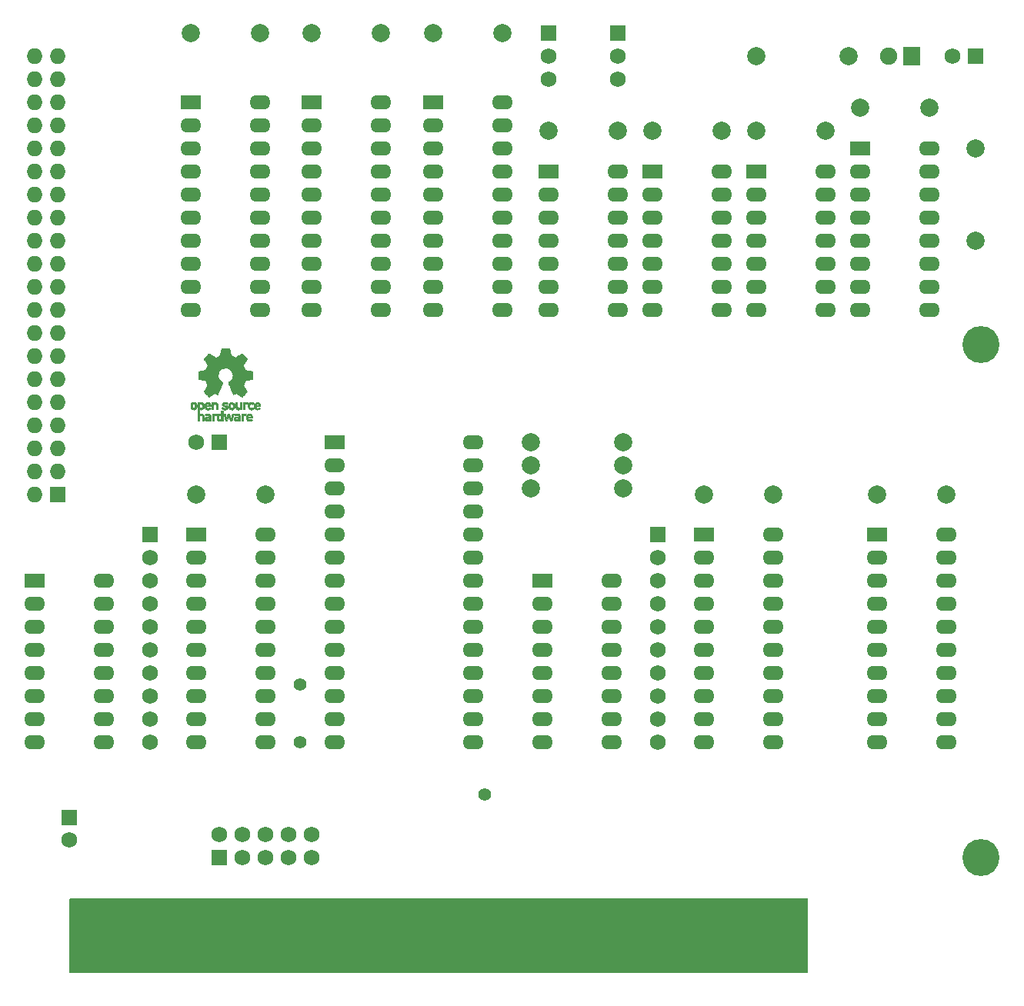
<source format=gbr>
G04 #@! TF.GenerationSoftware,KiCad,Pcbnew,8.0.4*
G04 #@! TF.CreationDate,2025-02-18T12:53:55-03:00*
G04 #@! TF.ProjectId,XT-IDE,58542d49-4445-42e6-9b69-6361645f7063,3B*
G04 #@! TF.SameCoordinates,Original*
G04 #@! TF.FileFunction,Soldermask,Top*
G04 #@! TF.FilePolarity,Negative*
%FSLAX46Y46*%
G04 Gerber Fmt 4.6, Leading zero omitted, Abs format (unit mm)*
G04 Created by KiCad (PCBNEW 8.0.4) date 2025-02-18 12:53:55*
%MOMM*%
%LPD*%
G01*
G04 APERTURE LIST*
%ADD10C,0.010000*%
%ADD11C,4.064000*%
%ADD12R,1.727200X1.727200*%
%ADD13C,1.727200*%
%ADD14R,1.778000X7.112000*%
%ADD15R,1.900000X2.000000*%
%ADD16C,1.900000*%
%ADD17C,1.397000*%
%ADD18O,1.727200X1.727200*%
%ADD19R,2.300000X1.600000*%
%ADD20O,2.300000X1.600000*%
%ADD21C,1.998980*%
G04 APERTURE END LIST*
D10*
X105896388Y-78137645D02*
X105953865Y-78155206D01*
X105990872Y-78177395D01*
X106002927Y-78194942D01*
X105999609Y-78215742D01*
X105978079Y-78248419D01*
X105959874Y-78271562D01*
X105922344Y-78313402D01*
X105894148Y-78331005D01*
X105870111Y-78329856D01*
X105798808Y-78311710D01*
X105746442Y-78312534D01*
X105703918Y-78333098D01*
X105689642Y-78345134D01*
X105643947Y-78387483D01*
X105643947Y-78940526D01*
X105460131Y-78940526D01*
X105460131Y-78138421D01*
X105552039Y-78138421D01*
X105607219Y-78140603D01*
X105635688Y-78148351D01*
X105643943Y-78163468D01*
X105643947Y-78163916D01*
X105647845Y-78179749D01*
X105665474Y-78177684D01*
X105689901Y-78166261D01*
X105740350Y-78145005D01*
X105781316Y-78132216D01*
X105834028Y-78128938D01*
X105896388Y-78137645D01*
G36*
X105896388Y-78137645D02*
G01*
X105953865Y-78155206D01*
X105990872Y-78177395D01*
X106002927Y-78194942D01*
X105999609Y-78215742D01*
X105978079Y-78248419D01*
X105959874Y-78271562D01*
X105922344Y-78313402D01*
X105894148Y-78331005D01*
X105870111Y-78329856D01*
X105798808Y-78311710D01*
X105746442Y-78312534D01*
X105703918Y-78333098D01*
X105689642Y-78345134D01*
X105643947Y-78387483D01*
X105643947Y-78940526D01*
X105460131Y-78940526D01*
X105460131Y-78138421D01*
X105552039Y-78138421D01*
X105607219Y-78140603D01*
X105635688Y-78148351D01*
X105643943Y-78163468D01*
X105643947Y-78163916D01*
X105647845Y-78179749D01*
X105665474Y-78177684D01*
X105689901Y-78166261D01*
X105740350Y-78145005D01*
X105781316Y-78132216D01*
X105834028Y-78128938D01*
X105896388Y-78137645D01*
G37*
X105678167Y-79391447D02*
X105742408Y-79404112D01*
X105778980Y-79422864D01*
X105817453Y-79454017D01*
X105762717Y-79523127D01*
X105728969Y-79564979D01*
X105706053Y-79585398D01*
X105683279Y-79588517D01*
X105649956Y-79578472D01*
X105634314Y-79572789D01*
X105570542Y-79564404D01*
X105512140Y-79582378D01*
X105469264Y-79622982D01*
X105462299Y-79635929D01*
X105454713Y-79670224D01*
X105448859Y-79733427D01*
X105445011Y-79821060D01*
X105443443Y-79928640D01*
X105443421Y-79943944D01*
X105443421Y-80210526D01*
X105259605Y-80210526D01*
X105259605Y-79391710D01*
X105351513Y-79391710D01*
X105404507Y-79393094D01*
X105432115Y-79399252D01*
X105442324Y-79413194D01*
X105443421Y-79426344D01*
X105443421Y-79460978D01*
X105487450Y-79426344D01*
X105537937Y-79402716D01*
X105605760Y-79391033D01*
X105678167Y-79391447D01*
G36*
X105678167Y-79391447D02*
G01*
X105742408Y-79404112D01*
X105778980Y-79422864D01*
X105817453Y-79454017D01*
X105762717Y-79523127D01*
X105728969Y-79564979D01*
X105706053Y-79585398D01*
X105683279Y-79588517D01*
X105649956Y-79578472D01*
X105634314Y-79572789D01*
X105570542Y-79564404D01*
X105512140Y-79582378D01*
X105469264Y-79622982D01*
X105462299Y-79635929D01*
X105454713Y-79670224D01*
X105448859Y-79733427D01*
X105445011Y-79821060D01*
X105443443Y-79928640D01*
X105443421Y-79943944D01*
X105443421Y-80210526D01*
X105259605Y-80210526D01*
X105259605Y-79391710D01*
X105351513Y-79391710D01*
X105404507Y-79393094D01*
X105432115Y-79399252D01*
X105442324Y-79413194D01*
X105443421Y-79426344D01*
X105443421Y-79460978D01*
X105487450Y-79426344D01*
X105537937Y-79402716D01*
X105605760Y-79391033D01*
X105678167Y-79391447D01*
G37*
X102184881Y-79393486D02*
X102209888Y-79400982D01*
X102217950Y-79417451D01*
X102218289Y-79424886D01*
X102219736Y-79445594D01*
X102229698Y-79448845D01*
X102256612Y-79434648D01*
X102272598Y-79424948D01*
X102323033Y-79404175D01*
X102383272Y-79393904D01*
X102446434Y-79393114D01*
X102505637Y-79400786D01*
X102554002Y-79415898D01*
X102584646Y-79437432D01*
X102590689Y-79464366D01*
X102587639Y-79471660D01*
X102565406Y-79501937D01*
X102530930Y-79539175D01*
X102524694Y-79545195D01*
X102491833Y-79572875D01*
X102463480Y-79581818D01*
X102423827Y-79575576D01*
X102407942Y-79571429D01*
X102358509Y-79561467D01*
X102323752Y-79565947D01*
X102294400Y-79581746D01*
X102267513Y-79602949D01*
X102247710Y-79629614D01*
X102233948Y-79666827D01*
X102225184Y-79719673D01*
X102220374Y-79793237D01*
X102218474Y-79892605D01*
X102218289Y-79952601D01*
X102218289Y-80210526D01*
X102051184Y-80210526D01*
X102051184Y-79391710D01*
X102134736Y-79391710D01*
X102184881Y-79393486D01*
G36*
X102184881Y-79393486D02*
G01*
X102209888Y-79400982D01*
X102217950Y-79417451D01*
X102218289Y-79424886D01*
X102219736Y-79445594D01*
X102229698Y-79448845D01*
X102256612Y-79434648D01*
X102272598Y-79424948D01*
X102323033Y-79404175D01*
X102383272Y-79393904D01*
X102446434Y-79393114D01*
X102505637Y-79400786D01*
X102554002Y-79415898D01*
X102584646Y-79437432D01*
X102590689Y-79464366D01*
X102587639Y-79471660D01*
X102565406Y-79501937D01*
X102530930Y-79539175D01*
X102524694Y-79545195D01*
X102491833Y-79572875D01*
X102463480Y-79581818D01*
X102423827Y-79575576D01*
X102407942Y-79571429D01*
X102358509Y-79561467D01*
X102323752Y-79565947D01*
X102294400Y-79581746D01*
X102267513Y-79602949D01*
X102247710Y-79629614D01*
X102233948Y-79666827D01*
X102225184Y-79719673D01*
X102220374Y-79793237D01*
X102218474Y-79892605D01*
X102218289Y-79952601D01*
X102218289Y-80210526D01*
X102051184Y-80210526D01*
X102051184Y-79391710D01*
X102134736Y-79391710D01*
X102184881Y-79393486D01*
G37*
X104825131Y-78398533D02*
X104826710Y-78521089D01*
X104832481Y-78614179D01*
X104843991Y-78681651D01*
X104862790Y-78727355D01*
X104890426Y-78755139D01*
X104928448Y-78768854D01*
X104975526Y-78772358D01*
X105024832Y-78768432D01*
X105062283Y-78754089D01*
X105089428Y-78725478D01*
X105107815Y-78678751D01*
X105118993Y-78610058D01*
X105124511Y-78515550D01*
X105125921Y-78398533D01*
X105125921Y-78138421D01*
X105309736Y-78138421D01*
X105309736Y-78940526D01*
X105217828Y-78940526D01*
X105162422Y-78938281D01*
X105133891Y-78930396D01*
X105125921Y-78915428D01*
X105121120Y-78902097D01*
X105102014Y-78904917D01*
X105063504Y-78923783D01*
X104975239Y-78952887D01*
X104881623Y-78950825D01*
X104791921Y-78919221D01*
X104749204Y-78894257D01*
X104716621Y-78867226D01*
X104692817Y-78833405D01*
X104676439Y-78788068D01*
X104666131Y-78726489D01*
X104660541Y-78643943D01*
X104658312Y-78535705D01*
X104658026Y-78452004D01*
X104658026Y-78138421D01*
X104825131Y-78138421D01*
X104825131Y-78398533D01*
G36*
X104825131Y-78398533D02*
G01*
X104826710Y-78521089D01*
X104832481Y-78614179D01*
X104843991Y-78681651D01*
X104862790Y-78727355D01*
X104890426Y-78755139D01*
X104928448Y-78768854D01*
X104975526Y-78772358D01*
X105024832Y-78768432D01*
X105062283Y-78754089D01*
X105089428Y-78725478D01*
X105107815Y-78678751D01*
X105118993Y-78610058D01*
X105124511Y-78515550D01*
X105125921Y-78398533D01*
X105125921Y-78138421D01*
X105309736Y-78138421D01*
X105309736Y-78940526D01*
X105217828Y-78940526D01*
X105162422Y-78938281D01*
X105133891Y-78930396D01*
X105125921Y-78915428D01*
X105121120Y-78902097D01*
X105102014Y-78904917D01*
X105063504Y-78923783D01*
X104975239Y-78952887D01*
X104881623Y-78950825D01*
X104791921Y-78919221D01*
X104749204Y-78894257D01*
X104716621Y-78867226D01*
X104692817Y-78833405D01*
X104676439Y-78788068D01*
X104666131Y-78726489D01*
X104660541Y-78643943D01*
X104658312Y-78535705D01*
X104658026Y-78452004D01*
X104658026Y-78138421D01*
X104825131Y-78138421D01*
X104825131Y-78398533D01*
G37*
X102502957Y-78152226D02*
X102544546Y-78172090D01*
X102584825Y-78200784D01*
X102615510Y-78233809D01*
X102637861Y-78275931D01*
X102653136Y-78331915D01*
X102662592Y-78406528D01*
X102667487Y-78504535D01*
X102669081Y-78630702D01*
X102669106Y-78643914D01*
X102669473Y-78940526D01*
X102485657Y-78940526D01*
X102485657Y-78667081D01*
X102485527Y-78565777D01*
X102484621Y-78492353D01*
X102482173Y-78441271D01*
X102477414Y-78406990D01*
X102469574Y-78383971D01*
X102457885Y-78366673D01*
X102441602Y-78349581D01*
X102384634Y-78312857D01*
X102322445Y-78306042D01*
X102263199Y-78329261D01*
X102242595Y-78346543D01*
X102227470Y-78362791D01*
X102216610Y-78380191D01*
X102209310Y-78404212D01*
X102204863Y-78440322D01*
X102202564Y-78493988D01*
X102201704Y-78570680D01*
X102201578Y-78664043D01*
X102201578Y-78940526D01*
X102017763Y-78940526D01*
X102017763Y-78138421D01*
X102109671Y-78138421D01*
X102164851Y-78140603D01*
X102193320Y-78148351D01*
X102201575Y-78163468D01*
X102201578Y-78163916D01*
X102205408Y-78178720D01*
X102222301Y-78177040D01*
X102255888Y-78160773D01*
X102332063Y-78136840D01*
X102419200Y-78134178D01*
X102502957Y-78152226D01*
G36*
X102502957Y-78152226D02*
G01*
X102544546Y-78172090D01*
X102584825Y-78200784D01*
X102615510Y-78233809D01*
X102637861Y-78275931D01*
X102653136Y-78331915D01*
X102662592Y-78406528D01*
X102667487Y-78504535D01*
X102669081Y-78630702D01*
X102669106Y-78643914D01*
X102669473Y-78940526D01*
X102485657Y-78940526D01*
X102485657Y-78667081D01*
X102485527Y-78565777D01*
X102484621Y-78492353D01*
X102482173Y-78441271D01*
X102477414Y-78406990D01*
X102469574Y-78383971D01*
X102457885Y-78366673D01*
X102441602Y-78349581D01*
X102384634Y-78312857D01*
X102322445Y-78306042D01*
X102263199Y-78329261D01*
X102242595Y-78346543D01*
X102227470Y-78362791D01*
X102216610Y-78380191D01*
X102209310Y-78404212D01*
X102204863Y-78440322D01*
X102202564Y-78493988D01*
X102201704Y-78570680D01*
X102201578Y-78664043D01*
X102201578Y-78940526D01*
X102017763Y-78940526D01*
X102017763Y-78138421D01*
X102109671Y-78138421D01*
X102164851Y-78140603D01*
X102193320Y-78148351D01*
X102201575Y-78163468D01*
X102201578Y-78163916D01*
X102205408Y-78178720D01*
X102222301Y-78177040D01*
X102255888Y-78160773D01*
X102332063Y-78136840D01*
X102419200Y-78134178D01*
X102502957Y-78152226D01*
G37*
X106451576Y-78145419D02*
X106548395Y-78186549D01*
X106578890Y-78206571D01*
X106617865Y-78237340D01*
X106642331Y-78261533D01*
X106646578Y-78269413D01*
X106634584Y-78286899D01*
X106603887Y-78316570D01*
X106579312Y-78337279D01*
X106512046Y-78391336D01*
X106458930Y-78346642D01*
X106417884Y-78317789D01*
X106377863Y-78307829D01*
X106332059Y-78310261D01*
X106259324Y-78328345D01*
X106209256Y-78365881D01*
X106178829Y-78426562D01*
X106165017Y-78514081D01*
X106165013Y-78514136D01*
X106166208Y-78611958D01*
X106184772Y-78683730D01*
X106221804Y-78732595D01*
X106247050Y-78749143D01*
X106314097Y-78769749D01*
X106385709Y-78769762D01*
X106448015Y-78749768D01*
X106462763Y-78740000D01*
X106499750Y-78715047D01*
X106528668Y-78710958D01*
X106559856Y-78729530D01*
X106594336Y-78762887D01*
X106648912Y-78819196D01*
X106588318Y-78869142D01*
X106494698Y-78925513D01*
X106389125Y-78953293D01*
X106278798Y-78951282D01*
X106206343Y-78932862D01*
X106121656Y-78887310D01*
X106053927Y-78815650D01*
X106023157Y-78765066D01*
X105998236Y-78692488D01*
X105985766Y-78600569D01*
X105985670Y-78500948D01*
X105997870Y-78405267D01*
X106022290Y-78325169D01*
X106026136Y-78316956D01*
X106083093Y-78236413D01*
X106160209Y-78177771D01*
X106251390Y-78142247D01*
X106350543Y-78131057D01*
X106451576Y-78145419D01*
G36*
X106451576Y-78145419D02*
G01*
X106548395Y-78186549D01*
X106578890Y-78206571D01*
X106617865Y-78237340D01*
X106642331Y-78261533D01*
X106646578Y-78269413D01*
X106634584Y-78286899D01*
X106603887Y-78316570D01*
X106579312Y-78337279D01*
X106512046Y-78391336D01*
X106458930Y-78346642D01*
X106417884Y-78317789D01*
X106377863Y-78307829D01*
X106332059Y-78310261D01*
X106259324Y-78328345D01*
X106209256Y-78365881D01*
X106178829Y-78426562D01*
X106165017Y-78514081D01*
X106165013Y-78514136D01*
X106166208Y-78611958D01*
X106184772Y-78683730D01*
X106221804Y-78732595D01*
X106247050Y-78749143D01*
X106314097Y-78769749D01*
X106385709Y-78769762D01*
X106448015Y-78749768D01*
X106462763Y-78740000D01*
X106499750Y-78715047D01*
X106528668Y-78710958D01*
X106559856Y-78729530D01*
X106594336Y-78762887D01*
X106648912Y-78819196D01*
X106588318Y-78869142D01*
X106494698Y-78925513D01*
X106389125Y-78953293D01*
X106278798Y-78951282D01*
X106206343Y-78932862D01*
X106121656Y-78887310D01*
X106053927Y-78815650D01*
X106023157Y-78765066D01*
X105998236Y-78692488D01*
X105985766Y-78600569D01*
X105985670Y-78500948D01*
X105997870Y-78405267D01*
X106022290Y-78325169D01*
X106026136Y-78316956D01*
X106083093Y-78236413D01*
X106160209Y-78177771D01*
X106251390Y-78142247D01*
X106350543Y-78131057D01*
X106451576Y-78145419D01*
G37*
X104316669Y-78148310D02*
X104401192Y-78194340D01*
X104467321Y-78267006D01*
X104498478Y-78326106D01*
X104511855Y-78378305D01*
X104520522Y-78452719D01*
X104524237Y-78538442D01*
X104522754Y-78624569D01*
X104515831Y-78700193D01*
X104507745Y-78740584D01*
X104480465Y-78795840D01*
X104433220Y-78854530D01*
X104376282Y-78905852D01*
X104319924Y-78939005D01*
X104318550Y-78939531D01*
X104248616Y-78954018D01*
X104165737Y-78954377D01*
X104086977Y-78941188D01*
X104056566Y-78930617D01*
X103978239Y-78886201D01*
X103922143Y-78828007D01*
X103885286Y-78750965D01*
X103864680Y-78650001D01*
X103860018Y-78597116D01*
X103860613Y-78530663D01*
X104039736Y-78530663D01*
X104045770Y-78627630D01*
X104063138Y-78701523D01*
X104090740Y-78748736D01*
X104110404Y-78762237D01*
X104160787Y-78771651D01*
X104220673Y-78768864D01*
X104272449Y-78755316D01*
X104286027Y-78747862D01*
X104321849Y-78704451D01*
X104345493Y-78638014D01*
X104355558Y-78557161D01*
X104350642Y-78470502D01*
X104339655Y-78418349D01*
X104308109Y-78357951D01*
X104258311Y-78320197D01*
X104198337Y-78307143D01*
X104136264Y-78320849D01*
X104088582Y-78354372D01*
X104063525Y-78382031D01*
X104048900Y-78409294D01*
X104041929Y-78446190D01*
X104039833Y-78502750D01*
X104039736Y-78530663D01*
X103860613Y-78530663D01*
X103861282Y-78455994D01*
X103884265Y-78340271D01*
X103928972Y-78249941D01*
X103995405Y-78185000D01*
X104083565Y-78145445D01*
X104102495Y-78140858D01*
X104216266Y-78130090D01*
X104316669Y-78148310D01*
G36*
X104316669Y-78148310D02*
G01*
X104401192Y-78194340D01*
X104467321Y-78267006D01*
X104498478Y-78326106D01*
X104511855Y-78378305D01*
X104520522Y-78452719D01*
X104524237Y-78538442D01*
X104522754Y-78624569D01*
X104515831Y-78700193D01*
X104507745Y-78740584D01*
X104480465Y-78795840D01*
X104433220Y-78854530D01*
X104376282Y-78905852D01*
X104319924Y-78939005D01*
X104318550Y-78939531D01*
X104248616Y-78954018D01*
X104165737Y-78954377D01*
X104086977Y-78941188D01*
X104056566Y-78930617D01*
X103978239Y-78886201D01*
X103922143Y-78828007D01*
X103885286Y-78750965D01*
X103864680Y-78650001D01*
X103860018Y-78597116D01*
X103860613Y-78530663D01*
X104039736Y-78530663D01*
X104045770Y-78627630D01*
X104063138Y-78701523D01*
X104090740Y-78748736D01*
X104110404Y-78762237D01*
X104160787Y-78771651D01*
X104220673Y-78768864D01*
X104272449Y-78755316D01*
X104286027Y-78747862D01*
X104321849Y-78704451D01*
X104345493Y-78638014D01*
X104355558Y-78557161D01*
X104350642Y-78470502D01*
X104339655Y-78418349D01*
X104308109Y-78357951D01*
X104258311Y-78320197D01*
X104198337Y-78307143D01*
X104136264Y-78320849D01*
X104088582Y-78354372D01*
X104063525Y-78382031D01*
X104048900Y-78409294D01*
X104041929Y-78446190D01*
X104039833Y-78502750D01*
X104039736Y-78530663D01*
X103860613Y-78530663D01*
X103861282Y-78455994D01*
X103884265Y-78340271D01*
X103928972Y-78249941D01*
X103995405Y-78185000D01*
X104083565Y-78145445D01*
X104102495Y-78140858D01*
X104216266Y-78130090D01*
X104316669Y-78148310D01*
G37*
X103879130Y-79395104D02*
X103945220Y-79400066D01*
X104031626Y-79659079D01*
X104118031Y-79918092D01*
X104145124Y-79826184D01*
X104161428Y-79769384D01*
X104182875Y-79692625D01*
X104206035Y-79608251D01*
X104218280Y-79562993D01*
X104264344Y-79391710D01*
X104454387Y-79391710D01*
X104397582Y-79571349D01*
X104369607Y-79659704D01*
X104335813Y-79766281D01*
X104300520Y-79877454D01*
X104269013Y-79976579D01*
X104197250Y-80202171D01*
X104042286Y-80212253D01*
X104000270Y-80073528D01*
X103974359Y-79987351D01*
X103946083Y-79892347D01*
X103921369Y-79808441D01*
X103920394Y-79805102D01*
X103901935Y-79748248D01*
X103885649Y-79709456D01*
X103874242Y-79694787D01*
X103871898Y-79696483D01*
X103863671Y-79719225D01*
X103848038Y-79767940D01*
X103826904Y-79836502D01*
X103802170Y-79918785D01*
X103788787Y-79964046D01*
X103716311Y-80210526D01*
X103562495Y-80210526D01*
X103439531Y-79822006D01*
X103404988Y-79713022D01*
X103373521Y-79614048D01*
X103346616Y-79529736D01*
X103325759Y-79464734D01*
X103312438Y-79423692D01*
X103308388Y-79411701D01*
X103311594Y-79399423D01*
X103336765Y-79394046D01*
X103389146Y-79394584D01*
X103397345Y-79394990D01*
X103494482Y-79400066D01*
X103558100Y-79634013D01*
X103581484Y-79719333D01*
X103602381Y-79794335D01*
X103618951Y-79852507D01*
X103629354Y-79887337D01*
X103631276Y-79893016D01*
X103639241Y-79886486D01*
X103655304Y-79852654D01*
X103677621Y-79796127D01*
X103704345Y-79721510D01*
X103726937Y-79654107D01*
X103813041Y-79390143D01*
X103879130Y-79395104D01*
G36*
X103879130Y-79395104D02*
G01*
X103945220Y-79400066D01*
X104031626Y-79659079D01*
X104118031Y-79918092D01*
X104145124Y-79826184D01*
X104161428Y-79769384D01*
X104182875Y-79692625D01*
X104206035Y-79608251D01*
X104218280Y-79562993D01*
X104264344Y-79391710D01*
X104454387Y-79391710D01*
X104397582Y-79571349D01*
X104369607Y-79659704D01*
X104335813Y-79766281D01*
X104300520Y-79877454D01*
X104269013Y-79976579D01*
X104197250Y-80202171D01*
X104042286Y-80212253D01*
X104000270Y-80073528D01*
X103974359Y-79987351D01*
X103946083Y-79892347D01*
X103921369Y-79808441D01*
X103920394Y-79805102D01*
X103901935Y-79748248D01*
X103885649Y-79709456D01*
X103874242Y-79694787D01*
X103871898Y-79696483D01*
X103863671Y-79719225D01*
X103848038Y-79767940D01*
X103826904Y-79836502D01*
X103802170Y-79918785D01*
X103788787Y-79964046D01*
X103716311Y-80210526D01*
X103562495Y-80210526D01*
X103439531Y-79822006D01*
X103404988Y-79713022D01*
X103373521Y-79614048D01*
X103346616Y-79529736D01*
X103325759Y-79464734D01*
X103312438Y-79423692D01*
X103308388Y-79411701D01*
X103311594Y-79399423D01*
X103336765Y-79394046D01*
X103389146Y-79394584D01*
X103397345Y-79394990D01*
X103494482Y-79400066D01*
X103558100Y-79634013D01*
X103581484Y-79719333D01*
X103602381Y-79794335D01*
X103618951Y-79852507D01*
X103629354Y-79887337D01*
X103631276Y-79893016D01*
X103639241Y-79886486D01*
X103655304Y-79852654D01*
X103677621Y-79796127D01*
X103704345Y-79721510D01*
X103726937Y-79654107D01*
X103813041Y-79390143D01*
X103879130Y-79395104D01*
G37*
X100131784Y-78147104D02*
X100219205Y-78185754D01*
X100285570Y-78250290D01*
X100330976Y-78340812D01*
X100355518Y-78457418D01*
X100357277Y-78475624D01*
X100358656Y-78603984D01*
X100340784Y-78716496D01*
X100304750Y-78807688D01*
X100285455Y-78837022D01*
X100218245Y-78899106D01*
X100132650Y-78939316D01*
X100036890Y-78956003D01*
X99939187Y-78947517D01*
X99864917Y-78921380D01*
X99801047Y-78877335D01*
X99748846Y-78819587D01*
X99747943Y-78818236D01*
X99726744Y-78782593D01*
X99712967Y-78746752D01*
X99704624Y-78701519D01*
X99699727Y-78637701D01*
X99697569Y-78585368D01*
X99696671Y-78537910D01*
X99863743Y-78537910D01*
X99865376Y-78585154D01*
X99871304Y-78648046D01*
X99881761Y-78688407D01*
X99900619Y-78717122D01*
X99918281Y-78733896D01*
X99980894Y-78769016D01*
X100046408Y-78773710D01*
X100107421Y-78748440D01*
X100137928Y-78720124D01*
X100159911Y-78691589D01*
X100172769Y-78664284D01*
X100178412Y-78628750D01*
X100178751Y-78575524D01*
X100177012Y-78526506D01*
X100173271Y-78456482D01*
X100167341Y-78411064D01*
X100156653Y-78381440D01*
X100138639Y-78358797D01*
X100124363Y-78345855D01*
X100064651Y-78311860D01*
X100000234Y-78310165D01*
X99946219Y-78330301D01*
X99900140Y-78372352D01*
X99872689Y-78441428D01*
X99863743Y-78537910D01*
X99696671Y-78537910D01*
X99695599Y-78481299D01*
X99698964Y-78403468D01*
X99709045Y-78344930D01*
X99727226Y-78298737D01*
X99754890Y-78257942D01*
X99765146Y-78245828D01*
X99829278Y-78185474D01*
X99898066Y-78150220D01*
X99982189Y-78135450D01*
X100023209Y-78134243D01*
X100131784Y-78147104D01*
G36*
X100131784Y-78147104D02*
G01*
X100219205Y-78185754D01*
X100285570Y-78250290D01*
X100330976Y-78340812D01*
X100355518Y-78457418D01*
X100357277Y-78475624D01*
X100358656Y-78603984D01*
X100340784Y-78716496D01*
X100304750Y-78807688D01*
X100285455Y-78837022D01*
X100218245Y-78899106D01*
X100132650Y-78939316D01*
X100036890Y-78956003D01*
X99939187Y-78947517D01*
X99864917Y-78921380D01*
X99801047Y-78877335D01*
X99748846Y-78819587D01*
X99747943Y-78818236D01*
X99726744Y-78782593D01*
X99712967Y-78746752D01*
X99704624Y-78701519D01*
X99699727Y-78637701D01*
X99697569Y-78585368D01*
X99696671Y-78537910D01*
X99863743Y-78537910D01*
X99865376Y-78585154D01*
X99871304Y-78648046D01*
X99881761Y-78688407D01*
X99900619Y-78717122D01*
X99918281Y-78733896D01*
X99980894Y-78769016D01*
X100046408Y-78773710D01*
X100107421Y-78748440D01*
X100137928Y-78720124D01*
X100159911Y-78691589D01*
X100172769Y-78664284D01*
X100178412Y-78628750D01*
X100178751Y-78575524D01*
X100177012Y-78526506D01*
X100173271Y-78456482D01*
X100167341Y-78411064D01*
X100156653Y-78381440D01*
X100138639Y-78358797D01*
X100124363Y-78345855D01*
X100064651Y-78311860D01*
X100000234Y-78310165D01*
X99946219Y-78330301D01*
X99900140Y-78372352D01*
X99872689Y-78441428D01*
X99863743Y-78537910D01*
X99696671Y-78537910D01*
X99695599Y-78481299D01*
X99698964Y-78403468D01*
X99709045Y-78344930D01*
X99727226Y-78298737D01*
X99754890Y-78257942D01*
X99765146Y-78245828D01*
X99829278Y-78185474D01*
X99898066Y-78150220D01*
X99982189Y-78135450D01*
X100023209Y-78134243D01*
X100131784Y-78147104D01*
G37*
X103237631Y-80210526D02*
X103145723Y-80210526D01*
X103092377Y-80208962D01*
X103064593Y-80202485D01*
X103054590Y-80188418D01*
X103053815Y-80178906D01*
X103052128Y-80159832D01*
X103041490Y-80156174D01*
X103013535Y-80167932D01*
X102991795Y-80178906D01*
X102908332Y-80204911D01*
X102817604Y-80206416D01*
X102743842Y-80187021D01*
X102675154Y-80140165D01*
X102622794Y-80071004D01*
X102594122Y-79989427D01*
X102593392Y-79984866D01*
X102589132Y-79935101D01*
X102587014Y-79863659D01*
X102587184Y-79809626D01*
X102769720Y-79809626D01*
X102773949Y-79881441D01*
X102783568Y-79940634D01*
X102796590Y-79974060D01*
X102845856Y-80019740D01*
X102904350Y-80036115D01*
X102964671Y-80022873D01*
X103016217Y-79983373D01*
X103035738Y-79956807D01*
X103047152Y-79925106D01*
X103052498Y-79878832D01*
X103053815Y-79809328D01*
X103051458Y-79740499D01*
X103045233Y-79680026D01*
X103036408Y-79639556D01*
X103034937Y-79635929D01*
X102999347Y-79592802D01*
X102947400Y-79569124D01*
X102889278Y-79565301D01*
X102835160Y-79581738D01*
X102795226Y-79618840D01*
X102791083Y-79626222D01*
X102778116Y-79671239D01*
X102771052Y-79735967D01*
X102769720Y-79809626D01*
X102587184Y-79809626D01*
X102587271Y-79782230D01*
X102588472Y-79738405D01*
X102596645Y-79629988D01*
X102613630Y-79548588D01*
X102641887Y-79488412D01*
X102683872Y-79443666D01*
X102724632Y-79417400D01*
X102781581Y-79398935D01*
X102852411Y-79392602D01*
X102924941Y-79397760D01*
X102986986Y-79413769D01*
X103019768Y-79432920D01*
X103053815Y-79463732D01*
X103053815Y-79074210D01*
X103237631Y-79074210D01*
X103237631Y-80210526D01*
G36*
X103237631Y-80210526D02*
G01*
X103145723Y-80210526D01*
X103092377Y-80208962D01*
X103064593Y-80202485D01*
X103054590Y-80188418D01*
X103053815Y-80178906D01*
X103052128Y-80159832D01*
X103041490Y-80156174D01*
X103013535Y-80167932D01*
X102991795Y-80178906D01*
X102908332Y-80204911D01*
X102817604Y-80206416D01*
X102743842Y-80187021D01*
X102675154Y-80140165D01*
X102622794Y-80071004D01*
X102594122Y-79989427D01*
X102593392Y-79984866D01*
X102589132Y-79935101D01*
X102587014Y-79863659D01*
X102587184Y-79809626D01*
X102769720Y-79809626D01*
X102773949Y-79881441D01*
X102783568Y-79940634D01*
X102796590Y-79974060D01*
X102845856Y-80019740D01*
X102904350Y-80036115D01*
X102964671Y-80022873D01*
X103016217Y-79983373D01*
X103035738Y-79956807D01*
X103047152Y-79925106D01*
X103052498Y-79878832D01*
X103053815Y-79809328D01*
X103051458Y-79740499D01*
X103045233Y-79680026D01*
X103036408Y-79639556D01*
X103034937Y-79635929D01*
X102999347Y-79592802D01*
X102947400Y-79569124D01*
X102889278Y-79565301D01*
X102835160Y-79581738D01*
X102795226Y-79618840D01*
X102791083Y-79626222D01*
X102778116Y-79671239D01*
X102771052Y-79735967D01*
X102769720Y-79809626D01*
X102587184Y-79809626D01*
X102587271Y-79782230D01*
X102588472Y-79738405D01*
X102596645Y-79629988D01*
X102613630Y-79548588D01*
X102641887Y-79488412D01*
X102683872Y-79443666D01*
X102724632Y-79417400D01*
X102781581Y-79398935D01*
X102852411Y-79392602D01*
X102924941Y-79397760D01*
X102986986Y-79413769D01*
X103019768Y-79432920D01*
X103053815Y-79463732D01*
X103053815Y-79074210D01*
X103237631Y-79074210D01*
X103237631Y-80210526D01*
G37*
X107063784Y-78135554D02*
X107106574Y-78145949D01*
X107188609Y-78184013D01*
X107258757Y-78242149D01*
X107307305Y-78311852D01*
X107313975Y-78327502D01*
X107323124Y-78368496D01*
X107329529Y-78429138D01*
X107331710Y-78490430D01*
X107331710Y-78606316D01*
X107089407Y-78606316D01*
X106989471Y-78606693D01*
X106919069Y-78608987D01*
X106874313Y-78614938D01*
X106851315Y-78626285D01*
X106846189Y-78644771D01*
X106855048Y-78672136D01*
X106870917Y-78704155D01*
X106915184Y-78757592D01*
X106976699Y-78784215D01*
X107051885Y-78783347D01*
X107137053Y-78754371D01*
X107210659Y-78718611D01*
X107271734Y-78766904D01*
X107332810Y-78815197D01*
X107275351Y-78868285D01*
X107198641Y-78918445D01*
X107104302Y-78948688D01*
X107002827Y-78957151D01*
X106904711Y-78941974D01*
X106888881Y-78936824D01*
X106802647Y-78891791D01*
X106738501Y-78824652D01*
X106695091Y-78733405D01*
X106671064Y-78616044D01*
X106670784Y-78613529D01*
X106668633Y-78485627D01*
X106677329Y-78439997D01*
X106847105Y-78439997D01*
X106862697Y-78447013D01*
X106905029Y-78452388D01*
X106967434Y-78455457D01*
X107006981Y-78455921D01*
X107080728Y-78455630D01*
X107126840Y-78453783D01*
X107151100Y-78448912D01*
X107159294Y-78439555D01*
X107157206Y-78424245D01*
X107155455Y-78418322D01*
X107125560Y-78362668D01*
X107078542Y-78317815D01*
X107037049Y-78298105D01*
X106981926Y-78299295D01*
X106926068Y-78323875D01*
X106879212Y-78364570D01*
X106851094Y-78414108D01*
X106847105Y-78439997D01*
X106677329Y-78439997D01*
X106690074Y-78373133D01*
X106732611Y-78278727D01*
X106793747Y-78205088D01*
X106870985Y-78154893D01*
X106961830Y-78130822D01*
X107063784Y-78135554D01*
G36*
X107063784Y-78135554D02*
G01*
X107106574Y-78145949D01*
X107188609Y-78184013D01*
X107258757Y-78242149D01*
X107307305Y-78311852D01*
X107313975Y-78327502D01*
X107323124Y-78368496D01*
X107329529Y-78429138D01*
X107331710Y-78490430D01*
X107331710Y-78606316D01*
X107089407Y-78606316D01*
X106989471Y-78606693D01*
X106919069Y-78608987D01*
X106874313Y-78614938D01*
X106851315Y-78626285D01*
X106846189Y-78644771D01*
X106855048Y-78672136D01*
X106870917Y-78704155D01*
X106915184Y-78757592D01*
X106976699Y-78784215D01*
X107051885Y-78783347D01*
X107137053Y-78754371D01*
X107210659Y-78718611D01*
X107271734Y-78766904D01*
X107332810Y-78815197D01*
X107275351Y-78868285D01*
X107198641Y-78918445D01*
X107104302Y-78948688D01*
X107002827Y-78957151D01*
X106904711Y-78941974D01*
X106888881Y-78936824D01*
X106802647Y-78891791D01*
X106738501Y-78824652D01*
X106695091Y-78733405D01*
X106671064Y-78616044D01*
X106670784Y-78613529D01*
X106668633Y-78485627D01*
X106677329Y-78439997D01*
X106847105Y-78439997D01*
X106862697Y-78447013D01*
X106905029Y-78452388D01*
X106967434Y-78455457D01*
X107006981Y-78455921D01*
X107080728Y-78455630D01*
X107126840Y-78453783D01*
X107151100Y-78448912D01*
X107159294Y-78439555D01*
X107157206Y-78424245D01*
X107155455Y-78418322D01*
X107125560Y-78362668D01*
X107078542Y-78317815D01*
X107037049Y-78298105D01*
X106981926Y-78299295D01*
X106926068Y-78323875D01*
X106879212Y-78364570D01*
X106851094Y-78414108D01*
X106847105Y-78439997D01*
X106677329Y-78439997D01*
X106690074Y-78373133D01*
X106732611Y-78278727D01*
X106793747Y-78205088D01*
X106870985Y-78154893D01*
X106961830Y-78130822D01*
X107063784Y-78135554D01*
G37*
X103523628Y-78135547D02*
X103586908Y-78147548D01*
X103652557Y-78172648D01*
X103659572Y-78175848D01*
X103709356Y-78202026D01*
X103743834Y-78226353D01*
X103754978Y-78241937D01*
X103744366Y-78267353D01*
X103718588Y-78304853D01*
X103707146Y-78318852D01*
X103659992Y-78373954D01*
X103599201Y-78338086D01*
X103541347Y-78314192D01*
X103474500Y-78301420D01*
X103410394Y-78300613D01*
X103360764Y-78312615D01*
X103348854Y-78320105D01*
X103326172Y-78354450D01*
X103323416Y-78394013D01*
X103340388Y-78424920D01*
X103350427Y-78430913D01*
X103380510Y-78438357D01*
X103433389Y-78447106D01*
X103498575Y-78455467D01*
X103510600Y-78456778D01*
X103615297Y-78474888D01*
X103691232Y-78505651D01*
X103741592Y-78551907D01*
X103769564Y-78616497D01*
X103778278Y-78695387D01*
X103766240Y-78785065D01*
X103727151Y-78855486D01*
X103660855Y-78906777D01*
X103567194Y-78939067D01*
X103463223Y-78951807D01*
X103378438Y-78951654D01*
X103309665Y-78940083D01*
X103262697Y-78924109D01*
X103203350Y-78896275D01*
X103148506Y-78863973D01*
X103129013Y-78849755D01*
X103078881Y-78808835D01*
X103199803Y-78686477D01*
X103268543Y-78731967D01*
X103337488Y-78766133D01*
X103411111Y-78784004D01*
X103481883Y-78785889D01*
X103542274Y-78772101D01*
X103584757Y-78742949D01*
X103598474Y-78718352D01*
X103596417Y-78678904D01*
X103562330Y-78648737D01*
X103496308Y-78627906D01*
X103423974Y-78618279D01*
X103312652Y-78599910D01*
X103229952Y-78565254D01*
X103174765Y-78513297D01*
X103145988Y-78443023D01*
X103142001Y-78359707D01*
X103161693Y-78272681D01*
X103206589Y-78206902D01*
X103277091Y-78162068D01*
X103373601Y-78137879D01*
X103445100Y-78133137D01*
X103523628Y-78135547D01*
G36*
X103523628Y-78135547D02*
G01*
X103586908Y-78147548D01*
X103652557Y-78172648D01*
X103659572Y-78175848D01*
X103709356Y-78202026D01*
X103743834Y-78226353D01*
X103754978Y-78241937D01*
X103744366Y-78267353D01*
X103718588Y-78304853D01*
X103707146Y-78318852D01*
X103659992Y-78373954D01*
X103599201Y-78338086D01*
X103541347Y-78314192D01*
X103474500Y-78301420D01*
X103410394Y-78300613D01*
X103360764Y-78312615D01*
X103348854Y-78320105D01*
X103326172Y-78354450D01*
X103323416Y-78394013D01*
X103340388Y-78424920D01*
X103350427Y-78430913D01*
X103380510Y-78438357D01*
X103433389Y-78447106D01*
X103498575Y-78455467D01*
X103510600Y-78456778D01*
X103615297Y-78474888D01*
X103691232Y-78505651D01*
X103741592Y-78551907D01*
X103769564Y-78616497D01*
X103778278Y-78695387D01*
X103766240Y-78785065D01*
X103727151Y-78855486D01*
X103660855Y-78906777D01*
X103567194Y-78939067D01*
X103463223Y-78951807D01*
X103378438Y-78951654D01*
X103309665Y-78940083D01*
X103262697Y-78924109D01*
X103203350Y-78896275D01*
X103148506Y-78863973D01*
X103129013Y-78849755D01*
X103078881Y-78808835D01*
X103199803Y-78686477D01*
X103268543Y-78731967D01*
X103337488Y-78766133D01*
X103411111Y-78784004D01*
X103481883Y-78785889D01*
X103542274Y-78772101D01*
X103584757Y-78742949D01*
X103598474Y-78718352D01*
X103596417Y-78678904D01*
X103562330Y-78648737D01*
X103496308Y-78627906D01*
X103423974Y-78618279D01*
X103312652Y-78599910D01*
X103229952Y-78565254D01*
X103174765Y-78513297D01*
X103145988Y-78443023D01*
X103142001Y-78359707D01*
X103161693Y-78272681D01*
X103206589Y-78206902D01*
X103277091Y-78162068D01*
X103373601Y-78137879D01*
X103445100Y-78133137D01*
X103523628Y-78135547D01*
G37*
X106206193Y-79396078D02*
X106286068Y-79416845D01*
X106352962Y-79459705D01*
X106385351Y-79491723D01*
X106438445Y-79567413D01*
X106468873Y-79655216D01*
X106479327Y-79763150D01*
X106479380Y-79771875D01*
X106479473Y-79859605D01*
X105974534Y-79859605D01*
X105985298Y-79905559D01*
X106004732Y-79947178D01*
X106038745Y-79990544D01*
X106045860Y-79997467D01*
X106107003Y-80034935D01*
X106176729Y-80041289D01*
X106256987Y-80016638D01*
X106270592Y-80010000D01*
X106312319Y-79989819D01*
X106340268Y-79978321D01*
X106345145Y-79977258D01*
X106362168Y-79987583D01*
X106394633Y-80012845D01*
X106411114Y-80026650D01*
X106445264Y-80058361D01*
X106456478Y-80079299D01*
X106448695Y-80098560D01*
X106444535Y-80103827D01*
X106416357Y-80126878D01*
X106369862Y-80154892D01*
X106337434Y-80171246D01*
X106245385Y-80200059D01*
X106143476Y-80209395D01*
X106046963Y-80198332D01*
X106019934Y-80190412D01*
X105936276Y-80145581D01*
X105874266Y-80076598D01*
X105833545Y-79982794D01*
X105813755Y-79863498D01*
X105811582Y-79801118D01*
X105817926Y-79710298D01*
X105978157Y-79710298D01*
X105993655Y-79717012D01*
X106035312Y-79722280D01*
X106095876Y-79725389D01*
X106136907Y-79725921D01*
X106210711Y-79725408D01*
X106257293Y-79723006D01*
X106282848Y-79717422D01*
X106293569Y-79707361D01*
X106295657Y-79692763D01*
X106281331Y-79647796D01*
X106245262Y-79603353D01*
X106197815Y-79569242D01*
X106150349Y-79555288D01*
X106085879Y-79567666D01*
X106030070Y-79603452D01*
X105991374Y-79655033D01*
X105978157Y-79710298D01*
X105817926Y-79710298D01*
X105820821Y-79668866D01*
X105849336Y-79563498D01*
X105897729Y-79484178D01*
X105966604Y-79430071D01*
X106056565Y-79400343D01*
X106105300Y-79394618D01*
X106206193Y-79396078D01*
G36*
X106206193Y-79396078D02*
G01*
X106286068Y-79416845D01*
X106352962Y-79459705D01*
X106385351Y-79491723D01*
X106438445Y-79567413D01*
X106468873Y-79655216D01*
X106479327Y-79763150D01*
X106479380Y-79771875D01*
X106479473Y-79859605D01*
X105974534Y-79859605D01*
X105985298Y-79905559D01*
X106004732Y-79947178D01*
X106038745Y-79990544D01*
X106045860Y-79997467D01*
X106107003Y-80034935D01*
X106176729Y-80041289D01*
X106256987Y-80016638D01*
X106270592Y-80010000D01*
X106312319Y-79989819D01*
X106340268Y-79978321D01*
X106345145Y-79977258D01*
X106362168Y-79987583D01*
X106394633Y-80012845D01*
X106411114Y-80026650D01*
X106445264Y-80058361D01*
X106456478Y-80079299D01*
X106448695Y-80098560D01*
X106444535Y-80103827D01*
X106416357Y-80126878D01*
X106369862Y-80154892D01*
X106337434Y-80171246D01*
X106245385Y-80200059D01*
X106143476Y-80209395D01*
X106046963Y-80198332D01*
X106019934Y-80190412D01*
X105936276Y-80145581D01*
X105874266Y-80076598D01*
X105833545Y-79982794D01*
X105813755Y-79863498D01*
X105811582Y-79801118D01*
X105817926Y-79710298D01*
X105978157Y-79710298D01*
X105993655Y-79717012D01*
X106035312Y-79722280D01*
X106095876Y-79725389D01*
X106136907Y-79725921D01*
X106210711Y-79725408D01*
X106257293Y-79723006D01*
X106282848Y-79717422D01*
X106293569Y-79707361D01*
X106295657Y-79692763D01*
X106281331Y-79647796D01*
X106245262Y-79603353D01*
X106197815Y-79569242D01*
X106150349Y-79555288D01*
X106085879Y-79567666D01*
X106030070Y-79603452D01*
X105991374Y-79655033D01*
X105978157Y-79710298D01*
X105817926Y-79710298D01*
X105820821Y-79668866D01*
X105849336Y-79563498D01*
X105897729Y-79484178D01*
X105966604Y-79430071D01*
X106056565Y-79400343D01*
X106105300Y-79394618D01*
X106206193Y-79396078D01*
G37*
X101702018Y-78157027D02*
X101718670Y-78164866D01*
X101776305Y-78207086D01*
X101830805Y-78268700D01*
X101871499Y-78336543D01*
X101883074Y-78367734D01*
X101893634Y-78423449D01*
X101899931Y-78490781D01*
X101900696Y-78518585D01*
X101900789Y-78606316D01*
X101395850Y-78606316D01*
X101406613Y-78652270D01*
X101433033Y-78706620D01*
X101479222Y-78753591D01*
X101534172Y-78783848D01*
X101569189Y-78790131D01*
X101616677Y-78782506D01*
X101673335Y-78763383D01*
X101692582Y-78754584D01*
X101763759Y-78719036D01*
X101824502Y-78765367D01*
X101859552Y-78796703D01*
X101878202Y-78822567D01*
X101879147Y-78830158D01*
X101862485Y-78848556D01*
X101825970Y-78876515D01*
X101792828Y-78898327D01*
X101703393Y-78937537D01*
X101603129Y-78955285D01*
X101503754Y-78950670D01*
X101424539Y-78926551D01*
X101342880Y-78874884D01*
X101284849Y-78806856D01*
X101248546Y-78718843D01*
X101232072Y-78607216D01*
X101230611Y-78556138D01*
X101236457Y-78439091D01*
X101237175Y-78435686D01*
X101404489Y-78435686D01*
X101409097Y-78446662D01*
X101428036Y-78452715D01*
X101467098Y-78455310D01*
X101532077Y-78455910D01*
X101557097Y-78455921D01*
X101633221Y-78455014D01*
X101681496Y-78451720D01*
X101707460Y-78445181D01*
X101716648Y-78434537D01*
X101716973Y-78431119D01*
X101706487Y-78403956D01*
X101680242Y-78365903D01*
X101668959Y-78352579D01*
X101627072Y-78314896D01*
X101583409Y-78300080D01*
X101559885Y-78298842D01*
X101496243Y-78314329D01*
X101442873Y-78355930D01*
X101409019Y-78416353D01*
X101408419Y-78418322D01*
X101404489Y-78435686D01*
X101237175Y-78435686D01*
X101255899Y-78346928D01*
X101290922Y-78273190D01*
X101333756Y-78220848D01*
X101412948Y-78164092D01*
X101506040Y-78133762D01*
X101605055Y-78131021D01*
X101702018Y-78157027D01*
G36*
X101702018Y-78157027D02*
G01*
X101718670Y-78164866D01*
X101776305Y-78207086D01*
X101830805Y-78268700D01*
X101871499Y-78336543D01*
X101883074Y-78367734D01*
X101893634Y-78423449D01*
X101899931Y-78490781D01*
X101900696Y-78518585D01*
X101900789Y-78606316D01*
X101395850Y-78606316D01*
X101406613Y-78652270D01*
X101433033Y-78706620D01*
X101479222Y-78753591D01*
X101534172Y-78783848D01*
X101569189Y-78790131D01*
X101616677Y-78782506D01*
X101673335Y-78763383D01*
X101692582Y-78754584D01*
X101763759Y-78719036D01*
X101824502Y-78765367D01*
X101859552Y-78796703D01*
X101878202Y-78822567D01*
X101879147Y-78830158D01*
X101862485Y-78848556D01*
X101825970Y-78876515D01*
X101792828Y-78898327D01*
X101703393Y-78937537D01*
X101603129Y-78955285D01*
X101503754Y-78950670D01*
X101424539Y-78926551D01*
X101342880Y-78874884D01*
X101284849Y-78806856D01*
X101248546Y-78718843D01*
X101232072Y-78607216D01*
X101230611Y-78556138D01*
X101236457Y-78439091D01*
X101237175Y-78435686D01*
X101404489Y-78435686D01*
X101409097Y-78446662D01*
X101428036Y-78452715D01*
X101467098Y-78455310D01*
X101532077Y-78455910D01*
X101557097Y-78455921D01*
X101633221Y-78455014D01*
X101681496Y-78451720D01*
X101707460Y-78445181D01*
X101716648Y-78434537D01*
X101716973Y-78431119D01*
X101706487Y-78403956D01*
X101680242Y-78365903D01*
X101668959Y-78352579D01*
X101627072Y-78314896D01*
X101583409Y-78300080D01*
X101559885Y-78298842D01*
X101496243Y-78314329D01*
X101442873Y-78355930D01*
X101409019Y-78416353D01*
X101408419Y-78418322D01*
X101404489Y-78435686D01*
X101237175Y-78435686D01*
X101255899Y-78346928D01*
X101290922Y-78273190D01*
X101333756Y-78220848D01*
X101412948Y-78164092D01*
X101506040Y-78133762D01*
X101605055Y-78131021D01*
X101702018Y-78157027D01*
G37*
X104884992Y-79396673D02*
X104955427Y-79413780D01*
X104975787Y-79422844D01*
X105015253Y-79446583D01*
X105045541Y-79473321D01*
X105067952Y-79507699D01*
X105083786Y-79554360D01*
X105094343Y-79617946D01*
X105100924Y-79703099D01*
X105104828Y-79814462D01*
X105106310Y-79888849D01*
X105111765Y-80210526D01*
X105018580Y-80210526D01*
X104962047Y-80208156D01*
X104932922Y-80200055D01*
X104925394Y-80186451D01*
X104921420Y-80171741D01*
X104903652Y-80174554D01*
X104879440Y-80186348D01*
X104818828Y-80204427D01*
X104740929Y-80209299D01*
X104658995Y-80201330D01*
X104586281Y-80180889D01*
X104579759Y-80178051D01*
X104513302Y-80131365D01*
X104469491Y-80066464D01*
X104449332Y-79990600D01*
X104450872Y-79963344D01*
X104615345Y-79963344D01*
X104629837Y-80000024D01*
X104672805Y-80026309D01*
X104742129Y-80040417D01*
X104779177Y-80042290D01*
X104840919Y-80037494D01*
X104881960Y-80018858D01*
X104891973Y-80010000D01*
X104919100Y-79961806D01*
X104925394Y-79918092D01*
X104925394Y-79859605D01*
X104843930Y-79859605D01*
X104749234Y-79864432D01*
X104682813Y-79879613D01*
X104640846Y-79906200D01*
X104631449Y-79918052D01*
X104615345Y-79963344D01*
X104450872Y-79963344D01*
X104453829Y-79911026D01*
X104483985Y-79834995D01*
X104525131Y-79783612D01*
X104550052Y-79761397D01*
X104574448Y-79746798D01*
X104606191Y-79737897D01*
X104653152Y-79732775D01*
X104723204Y-79729515D01*
X104750990Y-79728577D01*
X104925394Y-79722879D01*
X104925138Y-79670091D01*
X104918384Y-79614603D01*
X104893964Y-79581052D01*
X104844630Y-79559618D01*
X104843306Y-79559236D01*
X104773360Y-79550808D01*
X104704914Y-79561816D01*
X104654047Y-79588585D01*
X104633637Y-79601803D01*
X104611654Y-79599974D01*
X104577826Y-79580824D01*
X104557961Y-79567308D01*
X104519106Y-79538432D01*
X104495038Y-79516786D01*
X104491176Y-79510589D01*
X104507079Y-79478519D01*
X104554065Y-79440219D01*
X104574473Y-79427297D01*
X104633143Y-79405041D01*
X104712212Y-79392432D01*
X104800041Y-79389600D01*
X104884992Y-79396673D01*
G36*
X104884992Y-79396673D02*
G01*
X104955427Y-79413780D01*
X104975787Y-79422844D01*
X105015253Y-79446583D01*
X105045541Y-79473321D01*
X105067952Y-79507699D01*
X105083786Y-79554360D01*
X105094343Y-79617946D01*
X105100924Y-79703099D01*
X105104828Y-79814462D01*
X105106310Y-79888849D01*
X105111765Y-80210526D01*
X105018580Y-80210526D01*
X104962047Y-80208156D01*
X104932922Y-80200055D01*
X104925394Y-80186451D01*
X104921420Y-80171741D01*
X104903652Y-80174554D01*
X104879440Y-80186348D01*
X104818828Y-80204427D01*
X104740929Y-80209299D01*
X104658995Y-80201330D01*
X104586281Y-80180889D01*
X104579759Y-80178051D01*
X104513302Y-80131365D01*
X104469491Y-80066464D01*
X104449332Y-79990600D01*
X104450872Y-79963344D01*
X104615345Y-79963344D01*
X104629837Y-80000024D01*
X104672805Y-80026309D01*
X104742129Y-80040417D01*
X104779177Y-80042290D01*
X104840919Y-80037494D01*
X104881960Y-80018858D01*
X104891973Y-80010000D01*
X104919100Y-79961806D01*
X104925394Y-79918092D01*
X104925394Y-79859605D01*
X104843930Y-79859605D01*
X104749234Y-79864432D01*
X104682813Y-79879613D01*
X104640846Y-79906200D01*
X104631449Y-79918052D01*
X104615345Y-79963344D01*
X104450872Y-79963344D01*
X104453829Y-79911026D01*
X104483985Y-79834995D01*
X104525131Y-79783612D01*
X104550052Y-79761397D01*
X104574448Y-79746798D01*
X104606191Y-79737897D01*
X104653152Y-79732775D01*
X104723204Y-79729515D01*
X104750990Y-79728577D01*
X104925394Y-79722879D01*
X104925138Y-79670091D01*
X104918384Y-79614603D01*
X104893964Y-79581052D01*
X104844630Y-79559618D01*
X104843306Y-79559236D01*
X104773360Y-79550808D01*
X104704914Y-79561816D01*
X104654047Y-79588585D01*
X104633637Y-79601803D01*
X104611654Y-79599974D01*
X104577826Y-79580824D01*
X104557961Y-79567308D01*
X104519106Y-79538432D01*
X104495038Y-79516786D01*
X104491176Y-79510589D01*
X104507079Y-79478519D01*
X104554065Y-79440219D01*
X104574473Y-79427297D01*
X104633143Y-79405041D01*
X104712212Y-79392432D01*
X104800041Y-79389600D01*
X104884992Y-79396673D01*
G37*
X101665457Y-79398184D02*
X101744070Y-79419160D01*
X101803916Y-79457180D01*
X101846147Y-79506978D01*
X101859275Y-79528230D01*
X101868968Y-79550492D01*
X101875744Y-79578970D01*
X101880123Y-79618871D01*
X101882624Y-79675401D01*
X101883768Y-79753767D01*
X101884072Y-79859176D01*
X101884078Y-79887142D01*
X101884078Y-80210526D01*
X101803868Y-80210526D01*
X101752706Y-80206943D01*
X101714877Y-80197866D01*
X101705399Y-80192268D01*
X101679488Y-80182606D01*
X101653024Y-80192268D01*
X101609452Y-80204330D01*
X101546160Y-80209185D01*
X101476010Y-80207078D01*
X101411860Y-80198256D01*
X101374407Y-80186937D01*
X101301933Y-80140412D01*
X101256640Y-80075846D01*
X101236278Y-79990000D01*
X101236088Y-79987796D01*
X101237875Y-79949713D01*
X101399473Y-79949713D01*
X101413601Y-79993030D01*
X101436612Y-80017408D01*
X101482804Y-80035845D01*
X101543775Y-80043205D01*
X101605949Y-80039583D01*
X101655751Y-80025074D01*
X101669703Y-80015765D01*
X101694085Y-79972753D01*
X101700263Y-79923857D01*
X101700263Y-79859605D01*
X101607818Y-79859605D01*
X101519995Y-79866366D01*
X101453418Y-79885520D01*
X101412002Y-79915376D01*
X101399473Y-79949713D01*
X101237875Y-79949713D01*
X101240490Y-79894004D01*
X101271424Y-79819847D01*
X101329581Y-79763767D01*
X101337620Y-79758665D01*
X101372163Y-79742055D01*
X101414918Y-79731996D01*
X101474686Y-79727107D01*
X101545690Y-79725983D01*
X101700263Y-79725921D01*
X101700263Y-79661125D01*
X101693706Y-79610850D01*
X101676975Y-79577169D01*
X101675016Y-79575376D01*
X101637783Y-79560642D01*
X101581580Y-79554931D01*
X101519467Y-79557737D01*
X101464510Y-79568556D01*
X101431899Y-79584782D01*
X101414228Y-79597780D01*
X101395569Y-79600262D01*
X101369819Y-79589613D01*
X101330873Y-79563218D01*
X101272630Y-79518465D01*
X101267284Y-79514273D01*
X101270023Y-79498760D01*
X101292876Y-79472960D01*
X101327609Y-79444289D01*
X101365990Y-79420166D01*
X101378048Y-79414470D01*
X101422034Y-79403103D01*
X101486487Y-79394995D01*
X101558497Y-79391743D01*
X101561864Y-79391736D01*
X101665457Y-79398184D01*
G36*
X101665457Y-79398184D02*
G01*
X101744070Y-79419160D01*
X101803916Y-79457180D01*
X101846147Y-79506978D01*
X101859275Y-79528230D01*
X101868968Y-79550492D01*
X101875744Y-79578970D01*
X101880123Y-79618871D01*
X101882624Y-79675401D01*
X101883768Y-79753767D01*
X101884072Y-79859176D01*
X101884078Y-79887142D01*
X101884078Y-80210526D01*
X101803868Y-80210526D01*
X101752706Y-80206943D01*
X101714877Y-80197866D01*
X101705399Y-80192268D01*
X101679488Y-80182606D01*
X101653024Y-80192268D01*
X101609452Y-80204330D01*
X101546160Y-80209185D01*
X101476010Y-80207078D01*
X101411860Y-80198256D01*
X101374407Y-80186937D01*
X101301933Y-80140412D01*
X101256640Y-80075846D01*
X101236278Y-79990000D01*
X101236088Y-79987796D01*
X101237875Y-79949713D01*
X101399473Y-79949713D01*
X101413601Y-79993030D01*
X101436612Y-80017408D01*
X101482804Y-80035845D01*
X101543775Y-80043205D01*
X101605949Y-80039583D01*
X101655751Y-80025074D01*
X101669703Y-80015765D01*
X101694085Y-79972753D01*
X101700263Y-79923857D01*
X101700263Y-79859605D01*
X101607818Y-79859605D01*
X101519995Y-79866366D01*
X101453418Y-79885520D01*
X101412002Y-79915376D01*
X101399473Y-79949713D01*
X101237875Y-79949713D01*
X101240490Y-79894004D01*
X101271424Y-79819847D01*
X101329581Y-79763767D01*
X101337620Y-79758665D01*
X101372163Y-79742055D01*
X101414918Y-79731996D01*
X101474686Y-79727107D01*
X101545690Y-79725983D01*
X101700263Y-79725921D01*
X101700263Y-79661125D01*
X101693706Y-79610850D01*
X101676975Y-79577169D01*
X101675016Y-79575376D01*
X101637783Y-79560642D01*
X101581580Y-79554931D01*
X101519467Y-79557737D01*
X101464510Y-79568556D01*
X101431899Y-79584782D01*
X101414228Y-79597780D01*
X101395569Y-79600262D01*
X101369819Y-79589613D01*
X101330873Y-79563218D01*
X101272630Y-79518465D01*
X101267284Y-79514273D01*
X101270023Y-79498760D01*
X101292876Y-79472960D01*
X101327609Y-79444289D01*
X101365990Y-79420166D01*
X101378048Y-79414470D01*
X101422034Y-79403103D01*
X101486487Y-79394995D01*
X101558497Y-79391743D01*
X101561864Y-79391736D01*
X101665457Y-79398184D01*
G37*
X100968360Y-78152468D02*
X101003592Y-78169874D01*
X101047040Y-78200206D01*
X101078706Y-78233283D01*
X101100394Y-78274817D01*
X101113903Y-78330522D01*
X101121038Y-78406111D01*
X101123600Y-78507296D01*
X101123750Y-78550797D01*
X101123312Y-78646135D01*
X101121496Y-78714271D01*
X101117545Y-78761418D01*
X101110702Y-78793790D01*
X101100211Y-78817600D01*
X101089296Y-78833843D01*
X101019619Y-78902952D01*
X100937566Y-78944521D01*
X100849050Y-78957023D01*
X100759981Y-78938934D01*
X100731763Y-78926142D01*
X100664210Y-78890931D01*
X100664210Y-79442700D01*
X100713512Y-79417205D01*
X100778473Y-79397480D01*
X100858320Y-79392427D01*
X100938052Y-79401756D01*
X100998265Y-79422714D01*
X101048208Y-79462627D01*
X101090881Y-79519741D01*
X101094090Y-79525605D01*
X101107622Y-79553227D01*
X101117505Y-79581068D01*
X101124309Y-79614794D01*
X101128601Y-79660071D01*
X101130951Y-79722562D01*
X101131928Y-79807935D01*
X101132105Y-79904010D01*
X101132105Y-80210526D01*
X100948289Y-80210526D01*
X100948289Y-79645339D01*
X100896875Y-79602077D01*
X100843466Y-79567472D01*
X100792888Y-79561180D01*
X100742030Y-79577372D01*
X100714925Y-79593227D01*
X100694751Y-79615810D01*
X100680403Y-79649940D01*
X100670776Y-79700434D01*
X100664763Y-79772111D01*
X100661260Y-79869788D01*
X100660026Y-79934802D01*
X100655855Y-80202171D01*
X100568125Y-80207222D01*
X100480394Y-80212273D01*
X100480394Y-78553101D01*
X100664210Y-78553101D01*
X100668896Y-78645600D01*
X100684688Y-78709809D01*
X100714183Y-78749759D01*
X100759980Y-78769480D01*
X100806250Y-78773421D01*
X100858628Y-78768892D01*
X100893390Y-78751069D01*
X100915128Y-78727519D01*
X100932240Y-78702189D01*
X100942427Y-78673969D01*
X100946960Y-78634431D01*
X100947109Y-78575142D01*
X100945584Y-78525498D01*
X100942081Y-78450710D01*
X100936867Y-78401611D01*
X100928087Y-78370467D01*
X100913886Y-78349545D01*
X100900484Y-78337452D01*
X100844487Y-78311081D01*
X100778211Y-78306822D01*
X100740156Y-78315906D01*
X100702477Y-78348196D01*
X100677519Y-78411006D01*
X100665422Y-78503894D01*
X100664210Y-78553101D01*
X100480394Y-78553101D01*
X100480394Y-78138421D01*
X100572302Y-78138421D01*
X100627483Y-78140603D01*
X100655952Y-78148351D01*
X100664206Y-78163468D01*
X100664210Y-78163916D01*
X100668040Y-78178720D01*
X100684933Y-78177039D01*
X100718519Y-78160772D01*
X100796778Y-78135887D01*
X100884827Y-78133271D01*
X100968360Y-78152468D01*
G36*
X100968360Y-78152468D02*
G01*
X101003592Y-78169874D01*
X101047040Y-78200206D01*
X101078706Y-78233283D01*
X101100394Y-78274817D01*
X101113903Y-78330522D01*
X101121038Y-78406111D01*
X101123600Y-78507296D01*
X101123750Y-78550797D01*
X101123312Y-78646135D01*
X101121496Y-78714271D01*
X101117545Y-78761418D01*
X101110702Y-78793790D01*
X101100211Y-78817600D01*
X101089296Y-78833843D01*
X101019619Y-78902952D01*
X100937566Y-78944521D01*
X100849050Y-78957023D01*
X100759981Y-78938934D01*
X100731763Y-78926142D01*
X100664210Y-78890931D01*
X100664210Y-79442700D01*
X100713512Y-79417205D01*
X100778473Y-79397480D01*
X100858320Y-79392427D01*
X100938052Y-79401756D01*
X100998265Y-79422714D01*
X101048208Y-79462627D01*
X101090881Y-79519741D01*
X101094090Y-79525605D01*
X101107622Y-79553227D01*
X101117505Y-79581068D01*
X101124309Y-79614794D01*
X101128601Y-79660071D01*
X101130951Y-79722562D01*
X101131928Y-79807935D01*
X101132105Y-79904010D01*
X101132105Y-80210526D01*
X100948289Y-80210526D01*
X100948289Y-79645339D01*
X100896875Y-79602077D01*
X100843466Y-79567472D01*
X100792888Y-79561180D01*
X100742030Y-79577372D01*
X100714925Y-79593227D01*
X100694751Y-79615810D01*
X100680403Y-79649940D01*
X100670776Y-79700434D01*
X100664763Y-79772111D01*
X100661260Y-79869788D01*
X100660026Y-79934802D01*
X100655855Y-80202171D01*
X100568125Y-80207222D01*
X100480394Y-80212273D01*
X100480394Y-78553101D01*
X100664210Y-78553101D01*
X100668896Y-78645600D01*
X100684688Y-78709809D01*
X100714183Y-78749759D01*
X100759980Y-78769480D01*
X100806250Y-78773421D01*
X100858628Y-78768892D01*
X100893390Y-78751069D01*
X100915128Y-78727519D01*
X100932240Y-78702189D01*
X100942427Y-78673969D01*
X100946960Y-78634431D01*
X100947109Y-78575142D01*
X100945584Y-78525498D01*
X100942081Y-78450710D01*
X100936867Y-78401611D01*
X100928087Y-78370467D01*
X100913886Y-78349545D01*
X100900484Y-78337452D01*
X100844487Y-78311081D01*
X100778211Y-78306822D01*
X100740156Y-78315906D01*
X100702477Y-78348196D01*
X100677519Y-78411006D01*
X100665422Y-78503894D01*
X100664210Y-78553101D01*
X100480394Y-78553101D01*
X100480394Y-78138421D01*
X100572302Y-78138421D01*
X100627483Y-78140603D01*
X100655952Y-78148351D01*
X100664206Y-78163468D01*
X100664210Y-78163916D01*
X100668040Y-78178720D01*
X100684933Y-78177039D01*
X100718519Y-78160772D01*
X100796778Y-78135887D01*
X100884827Y-78133271D01*
X100968360Y-78152468D01*
G37*
X104005964Y-72598576D02*
X104081513Y-72999322D01*
X104639041Y-73229154D01*
X104973465Y-73001748D01*
X105067122Y-72938431D01*
X105151782Y-72881896D01*
X105223495Y-72834727D01*
X105278311Y-72799502D01*
X105312280Y-72778805D01*
X105321530Y-72774342D01*
X105338195Y-72785820D01*
X105373806Y-72817551D01*
X105424371Y-72865483D01*
X105485900Y-72925562D01*
X105554399Y-72993733D01*
X105625879Y-73065945D01*
X105696347Y-73138142D01*
X105761811Y-73206273D01*
X105818280Y-73266283D01*
X105861763Y-73314119D01*
X105888268Y-73345727D01*
X105894605Y-73356305D01*
X105885486Y-73375806D01*
X105859920Y-73418531D01*
X105820597Y-73480298D01*
X105770203Y-73556931D01*
X105711427Y-73644248D01*
X105677368Y-73694052D01*
X105615289Y-73784993D01*
X105560126Y-73867059D01*
X105514554Y-73936163D01*
X105481250Y-73988222D01*
X105462890Y-74019150D01*
X105460131Y-74025650D01*
X105466385Y-74044121D01*
X105483434Y-74087172D01*
X105508703Y-74148749D01*
X105539622Y-74222799D01*
X105573618Y-74303270D01*
X105608118Y-74384107D01*
X105640551Y-74459258D01*
X105668343Y-74522671D01*
X105688923Y-74568293D01*
X105699719Y-74590069D01*
X105700356Y-74590926D01*
X105717307Y-74595084D01*
X105762451Y-74604361D01*
X105831110Y-74617844D01*
X105918602Y-74634621D01*
X106020250Y-74653781D01*
X106079556Y-74664830D01*
X106188172Y-74685510D01*
X106286277Y-74705189D01*
X106368909Y-74722789D01*
X106431104Y-74737233D01*
X106467899Y-74747446D01*
X106475296Y-74750686D01*
X106482540Y-74772617D01*
X106488385Y-74822147D01*
X106492835Y-74893485D01*
X106495893Y-74980839D01*
X106497565Y-75078417D01*
X106497853Y-75180426D01*
X106496761Y-75281075D01*
X106494294Y-75374572D01*
X106490456Y-75455125D01*
X106485250Y-75516942D01*
X106478681Y-75554230D01*
X106474741Y-75561993D01*
X106451188Y-75571298D01*
X106401282Y-75584600D01*
X106331623Y-75600337D01*
X106248813Y-75616946D01*
X106219905Y-75622319D01*
X106080531Y-75647848D01*
X105970436Y-75668408D01*
X105885982Y-75684815D01*
X105823530Y-75697887D01*
X105779444Y-75708441D01*
X105750085Y-75717294D01*
X105731815Y-75725263D01*
X105720998Y-75733165D01*
X105719485Y-75734727D01*
X105704377Y-75759886D01*
X105681329Y-75808850D01*
X105652644Y-75875621D01*
X105620622Y-75954205D01*
X105587565Y-76038607D01*
X105555773Y-76122830D01*
X105527549Y-76200879D01*
X105505193Y-76266759D01*
X105491007Y-76314473D01*
X105487293Y-76338027D01*
X105487602Y-76338852D01*
X105500189Y-76358104D01*
X105528744Y-76400463D01*
X105570267Y-76461521D01*
X105621756Y-76536868D01*
X105680211Y-76622096D01*
X105696858Y-76646315D01*
X105756215Y-76734123D01*
X105808447Y-76814238D01*
X105850708Y-76882062D01*
X105880153Y-76932993D01*
X105893937Y-76962431D01*
X105894605Y-76966048D01*
X105883024Y-76985057D01*
X105851024Y-77022714D01*
X105802718Y-77074973D01*
X105742220Y-77137786D01*
X105673644Y-77207106D01*
X105601104Y-77278885D01*
X105528712Y-77349077D01*
X105460584Y-77413635D01*
X105400832Y-77468510D01*
X105353571Y-77509656D01*
X105322913Y-77533026D01*
X105314432Y-77536842D01*
X105294691Y-77527855D01*
X105254274Y-77503616D01*
X105199763Y-77468209D01*
X105157823Y-77439711D01*
X105081829Y-77387418D01*
X104991834Y-77325845D01*
X104901564Y-77264370D01*
X104853032Y-77231469D01*
X104688762Y-77120359D01*
X104550869Y-77194916D01*
X104488049Y-77227578D01*
X104434629Y-77252966D01*
X104398484Y-77267446D01*
X104389284Y-77269460D01*
X104378221Y-77254584D01*
X104356394Y-77212547D01*
X104325434Y-77147227D01*
X104286970Y-77062500D01*
X104242632Y-76962245D01*
X104194047Y-76850339D01*
X104142846Y-76730659D01*
X104090659Y-76607084D01*
X104039113Y-76483491D01*
X103989840Y-76363757D01*
X103944467Y-76251759D01*
X103904625Y-76151377D01*
X103871942Y-76066486D01*
X103848049Y-76000965D01*
X103834574Y-75958690D01*
X103832406Y-75944172D01*
X103849583Y-75925653D01*
X103887190Y-75895590D01*
X103937366Y-75860232D01*
X103941578Y-75857434D01*
X104071264Y-75753625D01*
X104175834Y-75632515D01*
X104254381Y-75497976D01*
X104305999Y-75353882D01*
X104329782Y-75204105D01*
X104324823Y-75052517D01*
X104290217Y-74902992D01*
X104225057Y-74759400D01*
X104205886Y-74727984D01*
X104106174Y-74601125D01*
X103988377Y-74499255D01*
X103856571Y-74422904D01*
X103714833Y-74372602D01*
X103567242Y-74348879D01*
X103417873Y-74352265D01*
X103270803Y-74383288D01*
X103130111Y-74442480D01*
X102999873Y-74530369D01*
X102959586Y-74566042D01*
X102857055Y-74677706D01*
X102782341Y-74795257D01*
X102731090Y-74927020D01*
X102702546Y-75057507D01*
X102695500Y-75204216D01*
X102718996Y-75351653D01*
X102770649Y-75494834D01*
X102848071Y-75628777D01*
X102948875Y-75748498D01*
X103070676Y-75849014D01*
X103086684Y-75859609D01*
X103137398Y-75894306D01*
X103175950Y-75924370D01*
X103194381Y-75943565D01*
X103194649Y-75944172D01*
X103190692Y-75964936D01*
X103175007Y-76012062D01*
X103149222Y-76081673D01*
X103114969Y-76169893D01*
X103073877Y-76272844D01*
X103027576Y-76386650D01*
X102977696Y-76507435D01*
X102925867Y-76631321D01*
X102873719Y-76754432D01*
X102822882Y-76872891D01*
X102774987Y-76982823D01*
X102731662Y-77080349D01*
X102694538Y-77161593D01*
X102665244Y-77222679D01*
X102645412Y-77259730D01*
X102637426Y-77269460D01*
X102613021Y-77261883D01*
X102567358Y-77241560D01*
X102508310Y-77212125D01*
X102475840Y-77194916D01*
X102337947Y-77120359D01*
X102173677Y-77231469D01*
X102089821Y-77288390D01*
X101998013Y-77351030D01*
X101911980Y-77410011D01*
X101868887Y-77439711D01*
X101808277Y-77480410D01*
X101756955Y-77512663D01*
X101721615Y-77532384D01*
X101710137Y-77536554D01*
X101693430Y-77525307D01*
X101656454Y-77493911D01*
X101602795Y-77445624D01*
X101536038Y-77383708D01*
X101459766Y-77311421D01*
X101411527Y-77265008D01*
X101327133Y-77182087D01*
X101254197Y-77107920D01*
X101195669Y-77045680D01*
X101154497Y-76998541D01*
X101133628Y-76969673D01*
X101131626Y-76963815D01*
X101140917Y-76941532D01*
X101166591Y-76896477D01*
X101205800Y-76833211D01*
X101255697Y-76756295D01*
X101313433Y-76670292D01*
X101329851Y-76646315D01*
X101389677Y-76559170D01*
X101443350Y-76480710D01*
X101487870Y-76415345D01*
X101520235Y-76367484D01*
X101537445Y-76341535D01*
X101539107Y-76338852D01*
X101536621Y-76318172D01*
X101523423Y-76272704D01*
X101501814Y-76208444D01*
X101474096Y-76131387D01*
X101442570Y-76047529D01*
X101409537Y-75962866D01*
X101377299Y-75883392D01*
X101348157Y-75815104D01*
X101324412Y-75763997D01*
X101308365Y-75736067D01*
X101307225Y-75734727D01*
X101297412Y-75726745D01*
X101280839Y-75718851D01*
X101253868Y-75710229D01*
X101212861Y-75700062D01*
X101154180Y-75687531D01*
X101074187Y-75671821D01*
X100969245Y-75652113D01*
X100835715Y-75627592D01*
X100806804Y-75622319D01*
X100721118Y-75605764D01*
X100646418Y-75589569D01*
X100589306Y-75575296D01*
X100556383Y-75564508D01*
X100551969Y-75561993D01*
X100544694Y-75539696D01*
X100538781Y-75489869D01*
X100534234Y-75418304D01*
X100531055Y-75330793D01*
X100529251Y-75233128D01*
X100528823Y-75131101D01*
X100529777Y-75030503D01*
X100532116Y-74937127D01*
X100535844Y-74856765D01*
X100540966Y-74795209D01*
X100547484Y-74758250D01*
X100551414Y-74750686D01*
X100573292Y-74743056D01*
X100623109Y-74730642D01*
X100695903Y-74714522D01*
X100786711Y-74695773D01*
X100890569Y-74675471D01*
X100947154Y-74664830D01*
X101054514Y-74644760D01*
X101150254Y-74626580D01*
X101229694Y-74611199D01*
X101288154Y-74599531D01*
X101320955Y-74592488D01*
X101326354Y-74590926D01*
X101335478Y-74573322D01*
X101354765Y-74530918D01*
X101381645Y-74469772D01*
X101413546Y-74395943D01*
X101447898Y-74315489D01*
X101482129Y-74234468D01*
X101513669Y-74158937D01*
X101539946Y-74094955D01*
X101558389Y-74048580D01*
X101566429Y-74025869D01*
X101566578Y-74024876D01*
X101557465Y-74006961D01*
X101531914Y-73965733D01*
X101492612Y-73905291D01*
X101442243Y-73829731D01*
X101383494Y-73743152D01*
X101349342Y-73693421D01*
X101287110Y-73602236D01*
X101231836Y-73519449D01*
X101186218Y-73449249D01*
X101152952Y-73395824D01*
X101134736Y-73363361D01*
X101132105Y-73356083D01*
X101143414Y-73339145D01*
X101174681Y-73302978D01*
X101221910Y-73251635D01*
X101281108Y-73189167D01*
X101348281Y-73119626D01*
X101419434Y-73047065D01*
X101490574Y-72975535D01*
X101557707Y-72909087D01*
X101616839Y-72851774D01*
X101663975Y-72807647D01*
X101695123Y-72780759D01*
X101705543Y-72774342D01*
X101722509Y-72783365D01*
X101763089Y-72808715D01*
X101823337Y-72847810D01*
X101899307Y-72898071D01*
X101987054Y-72956917D01*
X102053244Y-73001748D01*
X102387668Y-73229154D01*
X102666433Y-73114238D01*
X102945197Y-72999322D01*
X103020746Y-72598576D01*
X103096294Y-72197829D01*
X103930415Y-72197829D01*
X104005964Y-72598576D01*
G36*
X104005964Y-72598576D02*
G01*
X104081513Y-72999322D01*
X104639041Y-73229154D01*
X104973465Y-73001748D01*
X105067122Y-72938431D01*
X105151782Y-72881896D01*
X105223495Y-72834727D01*
X105278311Y-72799502D01*
X105312280Y-72778805D01*
X105321530Y-72774342D01*
X105338195Y-72785820D01*
X105373806Y-72817551D01*
X105424371Y-72865483D01*
X105485900Y-72925562D01*
X105554399Y-72993733D01*
X105625879Y-73065945D01*
X105696347Y-73138142D01*
X105761811Y-73206273D01*
X105818280Y-73266283D01*
X105861763Y-73314119D01*
X105888268Y-73345727D01*
X105894605Y-73356305D01*
X105885486Y-73375806D01*
X105859920Y-73418531D01*
X105820597Y-73480298D01*
X105770203Y-73556931D01*
X105711427Y-73644248D01*
X105677368Y-73694052D01*
X105615289Y-73784993D01*
X105560126Y-73867059D01*
X105514554Y-73936163D01*
X105481250Y-73988222D01*
X105462890Y-74019150D01*
X105460131Y-74025650D01*
X105466385Y-74044121D01*
X105483434Y-74087172D01*
X105508703Y-74148749D01*
X105539622Y-74222799D01*
X105573618Y-74303270D01*
X105608118Y-74384107D01*
X105640551Y-74459258D01*
X105668343Y-74522671D01*
X105688923Y-74568293D01*
X105699719Y-74590069D01*
X105700356Y-74590926D01*
X105717307Y-74595084D01*
X105762451Y-74604361D01*
X105831110Y-74617844D01*
X105918602Y-74634621D01*
X106020250Y-74653781D01*
X106079556Y-74664830D01*
X106188172Y-74685510D01*
X106286277Y-74705189D01*
X106368909Y-74722789D01*
X106431104Y-74737233D01*
X106467899Y-74747446D01*
X106475296Y-74750686D01*
X106482540Y-74772617D01*
X106488385Y-74822147D01*
X106492835Y-74893485D01*
X106495893Y-74980839D01*
X106497565Y-75078417D01*
X106497853Y-75180426D01*
X106496761Y-75281075D01*
X106494294Y-75374572D01*
X106490456Y-75455125D01*
X106485250Y-75516942D01*
X106478681Y-75554230D01*
X106474741Y-75561993D01*
X106451188Y-75571298D01*
X106401282Y-75584600D01*
X106331623Y-75600337D01*
X106248813Y-75616946D01*
X106219905Y-75622319D01*
X106080531Y-75647848D01*
X105970436Y-75668408D01*
X105885982Y-75684815D01*
X105823530Y-75697887D01*
X105779444Y-75708441D01*
X105750085Y-75717294D01*
X105731815Y-75725263D01*
X105720998Y-75733165D01*
X105719485Y-75734727D01*
X105704377Y-75759886D01*
X105681329Y-75808850D01*
X105652644Y-75875621D01*
X105620622Y-75954205D01*
X105587565Y-76038607D01*
X105555773Y-76122830D01*
X105527549Y-76200879D01*
X105505193Y-76266759D01*
X105491007Y-76314473D01*
X105487293Y-76338027D01*
X105487602Y-76338852D01*
X105500189Y-76358104D01*
X105528744Y-76400463D01*
X105570267Y-76461521D01*
X105621756Y-76536868D01*
X105680211Y-76622096D01*
X105696858Y-76646315D01*
X105756215Y-76734123D01*
X105808447Y-76814238D01*
X105850708Y-76882062D01*
X105880153Y-76932993D01*
X105893937Y-76962431D01*
X105894605Y-76966048D01*
X105883024Y-76985057D01*
X105851024Y-77022714D01*
X105802718Y-77074973D01*
X105742220Y-77137786D01*
X105673644Y-77207106D01*
X105601104Y-77278885D01*
X105528712Y-77349077D01*
X105460584Y-77413635D01*
X105400832Y-77468510D01*
X105353571Y-77509656D01*
X105322913Y-77533026D01*
X105314432Y-77536842D01*
X105294691Y-77527855D01*
X105254274Y-77503616D01*
X105199763Y-77468209D01*
X105157823Y-77439711D01*
X105081829Y-77387418D01*
X104991834Y-77325845D01*
X104901564Y-77264370D01*
X104853032Y-77231469D01*
X104688762Y-77120359D01*
X104550869Y-77194916D01*
X104488049Y-77227578D01*
X104434629Y-77252966D01*
X104398484Y-77267446D01*
X104389284Y-77269460D01*
X104378221Y-77254584D01*
X104356394Y-77212547D01*
X104325434Y-77147227D01*
X104286970Y-77062500D01*
X104242632Y-76962245D01*
X104194047Y-76850339D01*
X104142846Y-76730659D01*
X104090659Y-76607084D01*
X104039113Y-76483491D01*
X103989840Y-76363757D01*
X103944467Y-76251759D01*
X103904625Y-76151377D01*
X103871942Y-76066486D01*
X103848049Y-76000965D01*
X103834574Y-75958690D01*
X103832406Y-75944172D01*
X103849583Y-75925653D01*
X103887190Y-75895590D01*
X103937366Y-75860232D01*
X103941578Y-75857434D01*
X104071264Y-75753625D01*
X104175834Y-75632515D01*
X104254381Y-75497976D01*
X104305999Y-75353882D01*
X104329782Y-75204105D01*
X104324823Y-75052517D01*
X104290217Y-74902992D01*
X104225057Y-74759400D01*
X104205886Y-74727984D01*
X104106174Y-74601125D01*
X103988377Y-74499255D01*
X103856571Y-74422904D01*
X103714833Y-74372602D01*
X103567242Y-74348879D01*
X103417873Y-74352265D01*
X103270803Y-74383288D01*
X103130111Y-74442480D01*
X102999873Y-74530369D01*
X102959586Y-74566042D01*
X102857055Y-74677706D01*
X102782341Y-74795257D01*
X102731090Y-74927020D01*
X102702546Y-75057507D01*
X102695500Y-75204216D01*
X102718996Y-75351653D01*
X102770649Y-75494834D01*
X102848071Y-75628777D01*
X102948875Y-75748498D01*
X103070676Y-75849014D01*
X103086684Y-75859609D01*
X103137398Y-75894306D01*
X103175950Y-75924370D01*
X103194381Y-75943565D01*
X103194649Y-75944172D01*
X103190692Y-75964936D01*
X103175007Y-76012062D01*
X103149222Y-76081673D01*
X103114969Y-76169893D01*
X103073877Y-76272844D01*
X103027576Y-76386650D01*
X102977696Y-76507435D01*
X102925867Y-76631321D01*
X102873719Y-76754432D01*
X102822882Y-76872891D01*
X102774987Y-76982823D01*
X102731662Y-77080349D01*
X102694538Y-77161593D01*
X102665244Y-77222679D01*
X102645412Y-77259730D01*
X102637426Y-77269460D01*
X102613021Y-77261883D01*
X102567358Y-77241560D01*
X102508310Y-77212125D01*
X102475840Y-77194916D01*
X102337947Y-77120359D01*
X102173677Y-77231469D01*
X102089821Y-77288390D01*
X101998013Y-77351030D01*
X101911980Y-77410011D01*
X101868887Y-77439711D01*
X101808277Y-77480410D01*
X101756955Y-77512663D01*
X101721615Y-77532384D01*
X101710137Y-77536554D01*
X101693430Y-77525307D01*
X101656454Y-77493911D01*
X101602795Y-77445624D01*
X101536038Y-77383708D01*
X101459766Y-77311421D01*
X101411527Y-77265008D01*
X101327133Y-77182087D01*
X101254197Y-77107920D01*
X101195669Y-77045680D01*
X101154497Y-76998541D01*
X101133628Y-76969673D01*
X101131626Y-76963815D01*
X101140917Y-76941532D01*
X101166591Y-76896477D01*
X101205800Y-76833211D01*
X101255697Y-76756295D01*
X101313433Y-76670292D01*
X101329851Y-76646315D01*
X101389677Y-76559170D01*
X101443350Y-76480710D01*
X101487870Y-76415345D01*
X101520235Y-76367484D01*
X101537445Y-76341535D01*
X101539107Y-76338852D01*
X101536621Y-76318172D01*
X101523423Y-76272704D01*
X101501814Y-76208444D01*
X101474096Y-76131387D01*
X101442570Y-76047529D01*
X101409537Y-75962866D01*
X101377299Y-75883392D01*
X101348157Y-75815104D01*
X101324412Y-75763997D01*
X101308365Y-75736067D01*
X101307225Y-75734727D01*
X101297412Y-75726745D01*
X101280839Y-75718851D01*
X101253868Y-75710229D01*
X101212861Y-75700062D01*
X101154180Y-75687531D01*
X101074187Y-75671821D01*
X100969245Y-75652113D01*
X100835715Y-75627592D01*
X100806804Y-75622319D01*
X100721118Y-75605764D01*
X100646418Y-75589569D01*
X100589306Y-75575296D01*
X100556383Y-75564508D01*
X100551969Y-75561993D01*
X100544694Y-75539696D01*
X100538781Y-75489869D01*
X100534234Y-75418304D01*
X100531055Y-75330793D01*
X100529251Y-75233128D01*
X100528823Y-75131101D01*
X100529777Y-75030503D01*
X100532116Y-74937127D01*
X100535844Y-74856765D01*
X100540966Y-74795209D01*
X100547484Y-74758250D01*
X100551414Y-74750686D01*
X100573292Y-74743056D01*
X100623109Y-74730642D01*
X100695903Y-74714522D01*
X100786711Y-74695773D01*
X100890569Y-74675471D01*
X100947154Y-74664830D01*
X101054514Y-74644760D01*
X101150254Y-74626580D01*
X101229694Y-74611199D01*
X101288154Y-74599531D01*
X101320955Y-74592488D01*
X101326354Y-74590926D01*
X101335478Y-74573322D01*
X101354765Y-74530918D01*
X101381645Y-74469772D01*
X101413546Y-74395943D01*
X101447898Y-74315489D01*
X101482129Y-74234468D01*
X101513669Y-74158937D01*
X101539946Y-74094955D01*
X101558389Y-74048580D01*
X101566429Y-74025869D01*
X101566578Y-74024876D01*
X101557465Y-74006961D01*
X101531914Y-73965733D01*
X101492612Y-73905291D01*
X101442243Y-73829731D01*
X101383494Y-73743152D01*
X101349342Y-73693421D01*
X101287110Y-73602236D01*
X101231836Y-73519449D01*
X101186218Y-73449249D01*
X101152952Y-73395824D01*
X101134736Y-73363361D01*
X101132105Y-73356083D01*
X101143414Y-73339145D01*
X101174681Y-73302978D01*
X101221910Y-73251635D01*
X101281108Y-73189167D01*
X101348281Y-73119626D01*
X101419434Y-73047065D01*
X101490574Y-72975535D01*
X101557707Y-72909087D01*
X101616839Y-72851774D01*
X101663975Y-72807647D01*
X101695123Y-72780759D01*
X101705543Y-72774342D01*
X101722509Y-72783365D01*
X101763089Y-72808715D01*
X101823337Y-72847810D01*
X101899307Y-72898071D01*
X101987054Y-72956917D01*
X102053244Y-73001748D01*
X102387668Y-73229154D01*
X102666433Y-73114238D01*
X102945197Y-72999322D01*
X103020746Y-72598576D01*
X103096294Y-72197829D01*
X103930415Y-72197829D01*
X104005964Y-72598576D01*
G37*
D11*
X186690000Y-128270000D03*
X186690000Y-71755000D03*
D12*
X102870000Y-82550000D03*
D13*
X100330000Y-82550000D03*
D12*
X139065000Y-37465000D03*
D13*
X139065000Y-40005000D03*
X139065000Y-42545000D03*
D12*
X146685000Y-37465000D03*
D13*
X146685000Y-40005000D03*
X146685000Y-42545000D03*
D12*
X102870000Y-128270000D03*
D13*
X102870000Y-125730000D03*
X105410000Y-128270000D03*
X105410000Y-125730000D03*
X107950000Y-128270000D03*
X107950000Y-125730000D03*
X110490000Y-128270000D03*
X110490000Y-125730000D03*
X113030000Y-128270000D03*
X113030000Y-125730000D03*
D12*
X186055000Y-40005000D03*
D13*
X183515000Y-40005000D03*
D14*
X162560000Y-136906000D03*
X160020000Y-136906000D03*
X157480000Y-136906000D03*
X154940000Y-136906000D03*
X152400000Y-136906000D03*
X149860000Y-136906000D03*
X147320000Y-136906000D03*
X144780000Y-136906000D03*
X139700000Y-136906000D03*
X137160000Y-136906000D03*
X134620000Y-136906000D03*
X132080000Y-136906000D03*
X129540000Y-136906000D03*
X127000000Y-136906000D03*
X124460000Y-136906000D03*
X121920000Y-136906000D03*
X119380000Y-136906000D03*
X116840000Y-136906000D03*
X114300000Y-136906000D03*
X111760000Y-136906000D03*
X109220000Y-136906000D03*
X106680000Y-136906000D03*
X104140000Y-136906000D03*
X101600000Y-136906000D03*
X99060000Y-136906000D03*
X96520000Y-136906000D03*
X93980000Y-136906000D03*
X91440000Y-136906000D03*
X88900000Y-136906000D03*
D15*
X179070000Y-40005000D03*
D16*
X176530000Y-40005000D03*
D17*
X132080000Y-121285000D03*
X111760000Y-115570000D03*
X111760000Y-109220000D03*
D12*
X86360000Y-123825000D03*
D13*
X86360000Y-126325000D03*
D12*
X85090000Y-88265000D03*
D18*
X82550000Y-88265000D03*
X85090000Y-85725000D03*
X82550000Y-85725000D03*
X85090000Y-83185000D03*
X82550000Y-83185000D03*
X85090000Y-80645000D03*
X82550000Y-80645000D03*
X85090000Y-78105000D03*
X82550000Y-78105000D03*
X85090000Y-75565000D03*
X82550000Y-75565000D03*
X85090000Y-73025000D03*
X82550000Y-73025000D03*
X85090000Y-70485000D03*
X82550000Y-70485000D03*
X85090000Y-67945000D03*
X82550000Y-67945000D03*
X85090000Y-65405000D03*
X82550000Y-65405000D03*
X85090000Y-62865000D03*
X82550000Y-62865000D03*
X85090000Y-60325000D03*
X82550000Y-60325000D03*
X85090000Y-57785000D03*
X82550000Y-57785000D03*
X85090000Y-55245000D03*
X82550000Y-55245000D03*
X85090000Y-52705000D03*
X82550000Y-52705000D03*
X85090000Y-50165000D03*
X82550000Y-50165000D03*
X85090000Y-47625000D03*
X82550000Y-47625000D03*
X85090000Y-45085000D03*
X82550000Y-45085000D03*
X85090000Y-42545000D03*
X82550000Y-42545000D03*
X85090000Y-40005000D03*
X82550000Y-40005000D03*
D19*
X82550000Y-97790000D03*
D20*
X82550000Y-100330000D03*
X82550000Y-102870000D03*
X82550000Y-105410000D03*
X82550000Y-107950000D03*
X82550000Y-110490000D03*
X82550000Y-113030000D03*
X82550000Y-115570000D03*
X90170000Y-115570000D03*
X90170000Y-113030000D03*
X90170000Y-110490000D03*
X90170000Y-107950000D03*
X90170000Y-105410000D03*
X90170000Y-102870000D03*
X90170000Y-100330000D03*
X90170000Y-97790000D03*
D19*
X138430000Y-97790000D03*
D20*
X138430000Y-100330000D03*
X138430000Y-102870000D03*
X138430000Y-105410000D03*
X138430000Y-107950000D03*
X138430000Y-110490000D03*
X138430000Y-113030000D03*
X138430000Y-115570000D03*
X146050000Y-115570000D03*
X146050000Y-113030000D03*
X146050000Y-110490000D03*
X146050000Y-107950000D03*
X146050000Y-105410000D03*
X146050000Y-102870000D03*
X146050000Y-100330000D03*
X146050000Y-97790000D03*
D19*
X99695000Y-45085000D03*
D20*
X99695000Y-47625000D03*
X99695000Y-50165000D03*
X99695000Y-52705000D03*
X99695000Y-55245000D03*
X99695000Y-57785000D03*
X99695000Y-60325000D03*
X99695000Y-62865000D03*
X99695000Y-65405000D03*
X99695000Y-67945000D03*
X107315000Y-67945000D03*
X107315000Y-65405000D03*
X107315000Y-62865000D03*
X107315000Y-60325000D03*
X107315000Y-57785000D03*
X107315000Y-55245000D03*
X107315000Y-52705000D03*
X107315000Y-50165000D03*
X107315000Y-47625000D03*
X107315000Y-45085000D03*
D19*
X113030000Y-45085000D03*
D20*
X113030000Y-47625000D03*
X113030000Y-50165000D03*
X113030000Y-52705000D03*
X113030000Y-55245000D03*
X113030000Y-57785000D03*
X113030000Y-60325000D03*
X113030000Y-62865000D03*
X113030000Y-65405000D03*
X113030000Y-67945000D03*
X120650000Y-67945000D03*
X120650000Y-65405000D03*
X120650000Y-62865000D03*
X120650000Y-60325000D03*
X120650000Y-57785000D03*
X120650000Y-55245000D03*
X120650000Y-52705000D03*
X120650000Y-50165000D03*
X120650000Y-47625000D03*
X120650000Y-45085000D03*
D19*
X126365000Y-45085000D03*
D20*
X126365000Y-47625000D03*
X126365000Y-50165000D03*
X126365000Y-52705000D03*
X126365000Y-55245000D03*
X126365000Y-57785000D03*
X126365000Y-60325000D03*
X126365000Y-62865000D03*
X126365000Y-65405000D03*
X126365000Y-67945000D03*
X133985000Y-67945000D03*
X133985000Y-65405000D03*
X133985000Y-62865000D03*
X133985000Y-60325000D03*
X133985000Y-57785000D03*
X133985000Y-55245000D03*
X133985000Y-52705000D03*
X133985000Y-50165000D03*
X133985000Y-47625000D03*
X133985000Y-45085000D03*
D19*
X150495000Y-52705000D03*
D20*
X150495000Y-55245000D03*
X150495000Y-57785000D03*
X150495000Y-60325000D03*
X150495000Y-62865000D03*
X150495000Y-65405000D03*
X150495000Y-67945000D03*
X158115000Y-67945000D03*
X158115000Y-65405000D03*
X158115000Y-62865000D03*
X158115000Y-60325000D03*
X158115000Y-57785000D03*
X158115000Y-55245000D03*
X158115000Y-52705000D03*
D19*
X161925000Y-52705000D03*
D20*
X161925000Y-55245000D03*
X161925000Y-57785000D03*
X161925000Y-60325000D03*
X161925000Y-62865000D03*
X161925000Y-65405000D03*
X161925000Y-67945000D03*
X169545000Y-67945000D03*
X169545000Y-65405000D03*
X169545000Y-62865000D03*
X169545000Y-60325000D03*
X169545000Y-57785000D03*
X169545000Y-55245000D03*
X169545000Y-52705000D03*
D19*
X173355000Y-50165000D03*
D20*
X173355000Y-52705000D03*
X173355000Y-55245000D03*
X173355000Y-57785000D03*
X173355000Y-60325000D03*
X173355000Y-62865000D03*
X173355000Y-65405000D03*
X173355000Y-67945000D03*
X180975000Y-67945000D03*
X180975000Y-65405000D03*
X180975000Y-62865000D03*
X180975000Y-60325000D03*
X180975000Y-57785000D03*
X180975000Y-55245000D03*
X180975000Y-52705000D03*
X180975000Y-50165000D03*
D19*
X100330000Y-92710000D03*
D20*
X100330000Y-95250000D03*
X100330000Y-97790000D03*
X100330000Y-100330000D03*
X100330000Y-102870000D03*
X100330000Y-105410000D03*
X100330000Y-107950000D03*
X100330000Y-110490000D03*
X100330000Y-113030000D03*
X100330000Y-115570000D03*
X107950000Y-115570000D03*
X107950000Y-113030000D03*
X107950000Y-110490000D03*
X107950000Y-107950000D03*
X107950000Y-105410000D03*
X107950000Y-102870000D03*
X107950000Y-100330000D03*
X107950000Y-97790000D03*
X107950000Y-95250000D03*
X107950000Y-92710000D03*
D19*
X115570000Y-82550000D03*
D20*
X115570000Y-85090000D03*
X115570000Y-87630000D03*
X115570000Y-90170000D03*
X115570000Y-92710000D03*
X115570000Y-95250000D03*
X115570000Y-97790000D03*
X115570000Y-100330000D03*
X115570000Y-102870000D03*
X115570000Y-105410000D03*
X115570000Y-107950000D03*
X115570000Y-110490000D03*
X115570000Y-113030000D03*
X115570000Y-115570000D03*
X130810000Y-115570000D03*
X130810000Y-113030000D03*
X130810000Y-110490000D03*
X130810000Y-107950000D03*
X130810000Y-105410000D03*
X130810000Y-102870000D03*
X130810000Y-100330000D03*
X130810000Y-97790000D03*
X130810000Y-95250000D03*
X130810000Y-92710000D03*
X130810000Y-90170000D03*
X130810000Y-87630000D03*
X130810000Y-85090000D03*
X130810000Y-82550000D03*
D19*
X156210000Y-92710000D03*
D20*
X156210000Y-95250000D03*
X156210000Y-97790000D03*
X156210000Y-100330000D03*
X156210000Y-102870000D03*
X156210000Y-105410000D03*
X156210000Y-107950000D03*
X156210000Y-110490000D03*
X156210000Y-113030000D03*
X156210000Y-115570000D03*
X163830000Y-115570000D03*
X163830000Y-113030000D03*
X163830000Y-110490000D03*
X163830000Y-107950000D03*
X163830000Y-105410000D03*
X163830000Y-102870000D03*
X163830000Y-100330000D03*
X163830000Y-97790000D03*
X163830000Y-95250000D03*
X163830000Y-92710000D03*
D19*
X175260000Y-92710000D03*
D20*
X175260000Y-95250000D03*
X175260000Y-97790000D03*
X175260000Y-100330000D03*
X175260000Y-102870000D03*
X175260000Y-105410000D03*
X175260000Y-107950000D03*
X175260000Y-110490000D03*
X175260000Y-113030000D03*
X175260000Y-115570000D03*
X182880000Y-115570000D03*
X182880000Y-113030000D03*
X182880000Y-110490000D03*
X182880000Y-107950000D03*
X182880000Y-105410000D03*
X182880000Y-102870000D03*
X182880000Y-100330000D03*
X182880000Y-97790000D03*
X182880000Y-95250000D03*
X182880000Y-92710000D03*
D12*
X95250000Y-92710000D03*
D13*
X95250000Y-95250000D03*
X95250000Y-97790000D03*
X95250000Y-100330000D03*
X95250000Y-102870000D03*
X95250000Y-105410000D03*
X95250000Y-107950000D03*
X95250000Y-110490000D03*
X95250000Y-113030000D03*
X95250000Y-115570000D03*
D12*
X151130000Y-92710000D03*
D13*
X151130000Y-95250000D03*
X151130000Y-97790000D03*
X151130000Y-100330000D03*
X151130000Y-102870000D03*
X151130000Y-105410000D03*
X151130000Y-107950000D03*
X151130000Y-110490000D03*
X151130000Y-113030000D03*
X151130000Y-115570000D03*
D21*
X107315000Y-37465000D03*
X99695000Y-37465000D03*
X120650000Y-37465000D03*
X113030000Y-37465000D03*
X133985000Y-37465000D03*
X126365000Y-37465000D03*
X146685000Y-48260000D03*
X139065000Y-48260000D03*
X158115000Y-48260000D03*
X150495000Y-48260000D03*
X169545000Y-48260000D03*
X161925000Y-48260000D03*
X173355000Y-45720000D03*
X180975000Y-45720000D03*
X137160000Y-82550000D03*
X147320000Y-82550000D03*
X107950000Y-88265000D03*
X100330000Y-88265000D03*
X163830000Y-88265000D03*
X156210000Y-88265000D03*
X172085000Y-40005000D03*
X161925000Y-40005000D03*
X186055000Y-50165000D03*
X186055000Y-60325000D03*
X147320000Y-85090000D03*
X137160000Y-85090000D03*
X137160000Y-87630000D03*
X147320000Y-87630000D03*
D19*
X139065000Y-52705000D03*
D20*
X139065000Y-55245000D03*
X139065000Y-57785000D03*
X139065000Y-60325000D03*
X139065000Y-62865000D03*
X139065000Y-65405000D03*
X139065000Y-67945000D03*
X146685000Y-67945000D03*
X146685000Y-65405000D03*
X146685000Y-62865000D03*
X146685000Y-60325000D03*
X146685000Y-57785000D03*
X146685000Y-55245000D03*
X146685000Y-52705000D03*
D21*
X175260000Y-88265000D03*
X182880000Y-88265000D03*
G36*
X167582121Y-132735002D02*
G01*
X167628614Y-132788658D01*
X167640000Y-132841000D01*
X167640000Y-140844000D01*
X167619998Y-140912121D01*
X167566342Y-140958614D01*
X167514000Y-140970000D01*
X86486000Y-140970000D01*
X86417879Y-140949998D01*
X86371386Y-140896342D01*
X86360000Y-140844000D01*
X86360000Y-132841000D01*
X86380002Y-132772879D01*
X86433658Y-132726386D01*
X86486000Y-132715000D01*
X167514000Y-132715000D01*
X167582121Y-132735002D01*
G37*
M02*

</source>
